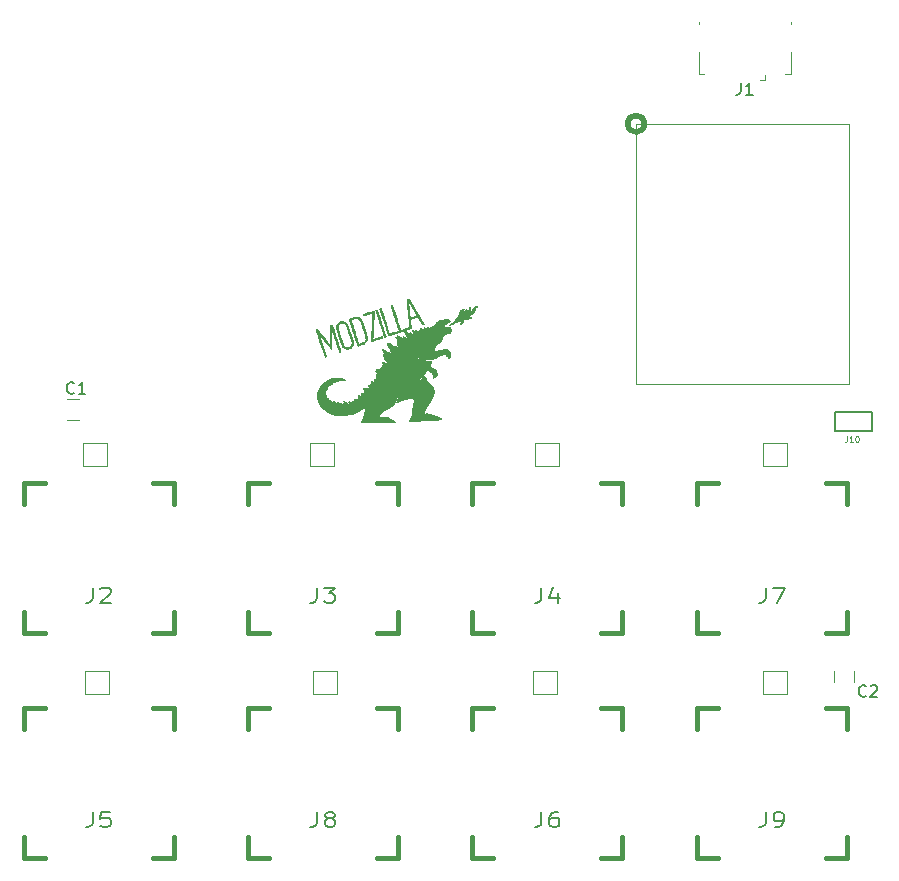
<source format=gbr>
G04 #@! TF.FileFunction,Legend,Top*
%FSLAX46Y46*%
G04 Gerber Fmt 4.6, Leading zero omitted, Abs format (unit mm)*
G04 Created by KiCad (PCBNEW 4.0.7) date 07/26/18 12:10:44*
%MOMM*%
%LPD*%
G01*
G04 APERTURE LIST*
%ADD10C,0.100000*%
%ADD11C,0.120000*%
%ADD12C,0.381000*%
%ADD13C,0.500000*%
%ADD14C,0.150000*%
%ADD15C,0.010000*%
%ADD16C,0.203200*%
%ADD17C,0.125000*%
G04 APERTURE END LIST*
D10*
D11*
X230220000Y-107200000D02*
X229770000Y-107200000D01*
X230220000Y-105350000D02*
X230220000Y-107200000D01*
X222420000Y-102800000D02*
X222420000Y-103050000D01*
X230220000Y-102800000D02*
X230220000Y-103050000D01*
X222420000Y-105350000D02*
X222420000Y-107200000D01*
X222420000Y-107200000D02*
X222870000Y-107200000D01*
X228020000Y-107750000D02*
X227570000Y-107750000D01*
X228020000Y-107750000D02*
X228020000Y-107300000D01*
D12*
X165270000Y-141900000D02*
X167048000Y-141900000D01*
X176192000Y-141900000D02*
X177970000Y-141900000D01*
X177970000Y-141900000D02*
X177970000Y-143678000D01*
X177970000Y-152822000D02*
X177970000Y-154600000D01*
X177970000Y-154600000D02*
X176192000Y-154600000D01*
X167048000Y-154600000D02*
X165270000Y-154600000D01*
X165270000Y-154600000D02*
X165270000Y-152822000D01*
X165270000Y-143678000D02*
X165270000Y-141900000D01*
X184270000Y-141900000D02*
X186048000Y-141900000D01*
X195192000Y-141900000D02*
X196970000Y-141900000D01*
X196970000Y-141900000D02*
X196970000Y-143678000D01*
X196970000Y-152822000D02*
X196970000Y-154600000D01*
X196970000Y-154600000D02*
X195192000Y-154600000D01*
X186048000Y-154600000D02*
X184270000Y-154600000D01*
X184270000Y-154600000D02*
X184270000Y-152822000D01*
X184270000Y-143678000D02*
X184270000Y-141900000D01*
X203270000Y-141900000D02*
X205048000Y-141900000D01*
X214192000Y-141900000D02*
X215970000Y-141900000D01*
X215970000Y-141900000D02*
X215970000Y-143678000D01*
X215970000Y-152822000D02*
X215970000Y-154600000D01*
X215970000Y-154600000D02*
X214192000Y-154600000D01*
X205048000Y-154600000D02*
X203270000Y-154600000D01*
X203270000Y-154600000D02*
X203270000Y-152822000D01*
X203270000Y-143678000D02*
X203270000Y-141900000D01*
X165270000Y-160900000D02*
X167048000Y-160900000D01*
X176192000Y-160900000D02*
X177970000Y-160900000D01*
X177970000Y-160900000D02*
X177970000Y-162678000D01*
X177970000Y-171822000D02*
X177970000Y-173600000D01*
X177970000Y-173600000D02*
X176192000Y-173600000D01*
X167048000Y-173600000D02*
X165270000Y-173600000D01*
X165270000Y-173600000D02*
X165270000Y-171822000D01*
X165270000Y-162678000D02*
X165270000Y-160900000D01*
X203270000Y-160900000D02*
X205048000Y-160900000D01*
X214192000Y-160900000D02*
X215970000Y-160900000D01*
X215970000Y-160900000D02*
X215970000Y-162678000D01*
X215970000Y-171822000D02*
X215970000Y-173600000D01*
X215970000Y-173600000D02*
X214192000Y-173600000D01*
X205048000Y-173600000D02*
X203270000Y-173600000D01*
X203270000Y-173600000D02*
X203270000Y-171822000D01*
X203270000Y-162678000D02*
X203270000Y-160900000D01*
X222270000Y-141900000D02*
X224048000Y-141900000D01*
X233192000Y-141900000D02*
X234970000Y-141900000D01*
X234970000Y-141900000D02*
X234970000Y-143678000D01*
X234970000Y-152822000D02*
X234970000Y-154600000D01*
X234970000Y-154600000D02*
X233192000Y-154600000D01*
X224048000Y-154600000D02*
X222270000Y-154600000D01*
X222270000Y-154600000D02*
X222270000Y-152822000D01*
X222270000Y-143678000D02*
X222270000Y-141900000D01*
X184270000Y-160900000D02*
X186048000Y-160900000D01*
X195192000Y-160900000D02*
X196970000Y-160900000D01*
X196970000Y-160900000D02*
X196970000Y-162678000D01*
X196970000Y-171822000D02*
X196970000Y-173600000D01*
X196970000Y-173600000D02*
X195192000Y-173600000D01*
X186048000Y-173600000D02*
X184270000Y-173600000D01*
X184270000Y-173600000D02*
X184270000Y-171822000D01*
X184270000Y-162678000D02*
X184270000Y-160900000D01*
X222270000Y-160900000D02*
X224048000Y-160900000D01*
X233192000Y-160900000D02*
X234970000Y-160900000D01*
X234970000Y-160900000D02*
X234970000Y-162678000D01*
X234970000Y-171822000D02*
X234970000Y-173600000D01*
X234970000Y-173600000D02*
X233192000Y-173600000D01*
X224048000Y-173600000D02*
X222270000Y-173600000D01*
X222270000Y-173600000D02*
X222270000Y-171822000D01*
X222270000Y-162678000D02*
X222270000Y-160900000D01*
D10*
X227882000Y-140456000D02*
X227882000Y-138456000D01*
X229882000Y-140456000D02*
X227882000Y-140456000D01*
X229882000Y-138456000D02*
X229882000Y-140456000D01*
X227882000Y-138456000D02*
X229882000Y-138456000D01*
X208578000Y-140456000D02*
X208578000Y-138456000D01*
X210578000Y-140456000D02*
X208578000Y-140456000D01*
X210578000Y-138456000D02*
X210578000Y-140456000D01*
X208578000Y-138456000D02*
X210578000Y-138456000D01*
X189528000Y-140456000D02*
X189528000Y-138456000D01*
X191528000Y-140456000D02*
X189528000Y-140456000D01*
X191528000Y-138456000D02*
X191528000Y-140456000D01*
X189528000Y-138456000D02*
X191528000Y-138456000D01*
D13*
X217827107Y-111450000D02*
G75*
G03X217827107Y-111450000I-707107J0D01*
G01*
D10*
X217120000Y-133450000D02*
X217120000Y-111450000D01*
X235120000Y-133450000D02*
X217120000Y-133450000D01*
X235120000Y-111450000D02*
X235120000Y-133450000D01*
X217120000Y-111450000D02*
X235120000Y-111450000D01*
X170290000Y-140468000D02*
X170290000Y-138468000D01*
X172290000Y-140468000D02*
X170290000Y-140468000D01*
X172290000Y-138468000D02*
X172290000Y-140468000D01*
X170290000Y-138468000D02*
X172290000Y-138468000D01*
X172478000Y-157760000D02*
X172478000Y-159760000D01*
X170478000Y-157760000D02*
X172478000Y-157760000D01*
X170478000Y-159760000D02*
X170478000Y-157760000D01*
X172478000Y-159760000D02*
X170478000Y-159760000D01*
X191782000Y-157760000D02*
X191782000Y-159760000D01*
X189782000Y-157760000D02*
X191782000Y-157760000D01*
X189782000Y-159760000D02*
X189782000Y-157760000D01*
X191782000Y-159760000D02*
X189782000Y-159760000D01*
X210390000Y-157748000D02*
X210390000Y-159748000D01*
X208390000Y-157748000D02*
X210390000Y-157748000D01*
X208390000Y-159748000D02*
X208390000Y-157748000D01*
X210390000Y-159748000D02*
X208390000Y-159748000D01*
X229882000Y-157760000D02*
X229882000Y-159760000D01*
X227882000Y-157760000D02*
X229882000Y-157760000D01*
X227882000Y-159760000D02*
X227882000Y-157760000D01*
X229882000Y-159760000D02*
X227882000Y-159760000D01*
D11*
X169946000Y-134796000D02*
X168946000Y-134796000D01*
X168946000Y-136496000D02*
X169946000Y-136496000D01*
X233874000Y-157752000D02*
X233874000Y-158752000D01*
X235574000Y-158752000D02*
X235574000Y-157752000D01*
D14*
X233968400Y-135849200D02*
X237067200Y-135849200D01*
X237067200Y-135849200D02*
X237067200Y-137474800D01*
X237067200Y-137474800D02*
X233968400Y-137474800D01*
X233968400Y-137474800D02*
X233968400Y-135849200D01*
D15*
G36*
X201201200Y-127977910D02*
X201259817Y-128028204D01*
X201298465Y-128088469D01*
X201320309Y-128136302D01*
X201326450Y-128171603D01*
X201313722Y-128200420D01*
X201278959Y-128228803D01*
X201218996Y-128262801D01*
X201202801Y-128271275D01*
X201141641Y-128304842D01*
X201088126Y-128337383D01*
X201051166Y-128363374D01*
X201043852Y-128369839D01*
X201006463Y-128394464D01*
X200972148Y-128403026D01*
X200934713Y-128413057D01*
X200892729Y-128437705D01*
X200886405Y-128442763D01*
X200846962Y-128468936D01*
X200810766Y-128482123D01*
X200805711Y-128482500D01*
X200777568Y-128491240D01*
X200775213Y-128516588D01*
X200798174Y-128557238D01*
X200845978Y-128611882D01*
X200856190Y-128622123D01*
X200912910Y-128673349D01*
X200954978Y-128699292D01*
X200985420Y-128701088D01*
X201007263Y-128679873D01*
X201007735Y-128679040D01*
X201021376Y-128664723D01*
X201046399Y-128659297D01*
X201091075Y-128661646D01*
X201115815Y-128664454D01*
X201216266Y-128673491D01*
X201301024Y-128673236D01*
X201343143Y-128669609D01*
X201366906Y-128670764D01*
X201382664Y-128685710D01*
X201396113Y-128721664D01*
X201402442Y-128744766D01*
X201416260Y-128817393D01*
X201422493Y-128894634D01*
X201421085Y-128966442D01*
X201411983Y-129022771D01*
X201404064Y-129042838D01*
X201369869Y-129088764D01*
X201325692Y-129129342D01*
X201282792Y-129154712D01*
X201272931Y-129157666D01*
X201240297Y-129162203D01*
X201188591Y-129166980D01*
X201143197Y-129170090D01*
X201082760Y-129176144D01*
X201038863Y-129189675D01*
X200996297Y-129216537D01*
X200971570Y-129236130D01*
X200885279Y-129320365D01*
X200801347Y-129427715D01*
X200727613Y-129547456D01*
X200693894Y-129609751D01*
X200654754Y-129682243D01*
X200625552Y-129736447D01*
X200517685Y-129903431D01*
X200381640Y-130055894D01*
X200292334Y-130135567D01*
X200201792Y-130215205D01*
X200133998Y-130288245D01*
X200083367Y-130362507D01*
X200044313Y-130445808D01*
X200019836Y-130517043D01*
X199994581Y-130601813D01*
X199979495Y-130661202D01*
X199974289Y-130699851D01*
X199978675Y-130722401D01*
X199992365Y-130733493D01*
X200006190Y-130736767D01*
X200043103Y-130734930D01*
X200061822Y-130726978D01*
X200072221Y-130720508D01*
X200089509Y-130713696D01*
X200118124Y-130705418D01*
X200162505Y-130694551D01*
X200227087Y-130679968D01*
X200316310Y-130660545D01*
X200366923Y-130649660D01*
X200458040Y-130629763D01*
X200569501Y-130604887D01*
X200690722Y-130577415D01*
X200811122Y-130549727D01*
X200817823Y-130548172D01*
X200931933Y-130526569D01*
X201023822Y-130520679D01*
X201098875Y-130530447D01*
X201140439Y-130544836D01*
X201234016Y-130602283D01*
X201309383Y-130680983D01*
X201362560Y-130774974D01*
X201389562Y-130878294D01*
X201392142Y-130921593D01*
X201386522Y-130980675D01*
X201371407Y-131048273D01*
X201349417Y-131118001D01*
X201323169Y-131183468D01*
X201295284Y-131238288D01*
X201268379Y-131276071D01*
X201245073Y-131290430D01*
X201241141Y-131289947D01*
X201230937Y-131272876D01*
X201222836Y-131234494D01*
X201220312Y-131208997D01*
X201210577Y-131149277D01*
X201188552Y-131110925D01*
X201180574Y-131103478D01*
X201149184Y-131079844D01*
X201131184Y-131079936D01*
X201116539Y-131106470D01*
X201110352Y-131122501D01*
X201091534Y-131155739D01*
X201073262Y-131157914D01*
X201057315Y-131129727D01*
X201049601Y-131098523D01*
X201033530Y-131045722D01*
X201010345Y-130997184D01*
X200990402Y-130970047D01*
X201185509Y-130970047D01*
X201193456Y-130977995D01*
X201201404Y-130970047D01*
X201193456Y-130962100D01*
X201185509Y-130970047D01*
X200990402Y-130970047D01*
X200988572Y-130967557D01*
X200962870Y-130953457D01*
X200921118Y-130949403D01*
X200904472Y-130949323D01*
X200836284Y-130957305D01*
X200748534Y-130979124D01*
X200648883Y-131012197D01*
X200544992Y-131053945D01*
X200444520Y-131101785D01*
X200431273Y-131108763D01*
X200401508Y-131124575D01*
X200354271Y-131149591D01*
X200304114Y-131176111D01*
X200239777Y-131210731D01*
X200173423Y-131247417D01*
X200132484Y-131270698D01*
X200040524Y-131312248D01*
X199923025Y-131346690D01*
X199785595Y-131373286D01*
X199633840Y-131391299D01*
X199473367Y-131399991D01*
X199309783Y-131398624D01*
X199208180Y-131392311D01*
X198988485Y-131363454D01*
X198783705Y-131313813D01*
X198582346Y-131240306D01*
X198494531Y-131200866D01*
X198424236Y-131170186D01*
X198377508Y-131155222D01*
X198355394Y-131155745D01*
X198358941Y-131171521D01*
X198389193Y-131202321D01*
X198409972Y-131219566D01*
X198505247Y-131283652D01*
X198622136Y-131343528D01*
X198750463Y-131394699D01*
X198880054Y-131432667D01*
X198904595Y-131438147D01*
X199014256Y-131460957D01*
X199100742Y-131477739D01*
X199171914Y-131489363D01*
X199235628Y-131496700D01*
X199299744Y-131500621D01*
X199372121Y-131501996D01*
X199460615Y-131501696D01*
X199476811Y-131501551D01*
X199580155Y-131500587D01*
X199655966Y-131500127D01*
X199708498Y-131500492D01*
X199742006Y-131502003D01*
X199760745Y-131504981D01*
X199768971Y-131509747D01*
X199770938Y-131516623D01*
X199770866Y-131523742D01*
X199765202Y-131556004D01*
X199750202Y-131608793D01*
X199728853Y-131673335D01*
X199704143Y-131740852D01*
X199679059Y-131802570D01*
X199666622Y-131829954D01*
X199645118Y-131878874D01*
X199631024Y-131918616D01*
X199627812Y-131934757D01*
X199639797Y-131957087D01*
X199670811Y-131990601D01*
X199713440Y-132028835D01*
X199760272Y-132065325D01*
X199803894Y-132093608D01*
X199818550Y-132101070D01*
X199857845Y-132117372D01*
X199910397Y-132137410D01*
X199932534Y-132145422D01*
X200006499Y-132185798D01*
X200080171Y-132251967D01*
X200147842Y-132338395D01*
X200172152Y-132377746D01*
X200194852Y-132429149D01*
X200218048Y-132500981D01*
X200238955Y-132582048D01*
X200254791Y-132661159D01*
X200262772Y-132727122D01*
X200263209Y-132743911D01*
X200261285Y-132763271D01*
X200252745Y-132765793D01*
X200232596Y-132749171D01*
X200198711Y-132714139D01*
X200152462Y-132671639D01*
X200121059Y-132655936D01*
X200106329Y-132666055D01*
X200110103Y-132701020D01*
X200129852Y-132750876D01*
X200147895Y-132805727D01*
X200144531Y-132845474D01*
X200120241Y-132865662D01*
X200117396Y-132866301D01*
X200097151Y-132859824D01*
X200077431Y-132829231D01*
X200062189Y-132790983D01*
X200044525Y-132746288D01*
X200029546Y-132717078D01*
X200023066Y-132710535D01*
X200016416Y-132725046D01*
X200008813Y-132763245D01*
X200001820Y-132817127D01*
X200001335Y-132821862D01*
X199990433Y-132894265D01*
X199976260Y-132936533D01*
X199960293Y-132948343D01*
X199944011Y-132929371D01*
X199928893Y-132879294D01*
X199921744Y-132839281D01*
X199887311Y-132715122D01*
X199823151Y-132597399D01*
X199731186Y-132489553D01*
X199721195Y-132480060D01*
X199673381Y-132437879D01*
X199618256Y-132393010D01*
X199561457Y-132349553D01*
X199508618Y-132311607D01*
X199465375Y-132283271D01*
X199437363Y-132268646D01*
X199430088Y-132268298D01*
X199419751Y-132282439D01*
X199394617Y-132317079D01*
X199358503Y-132366948D01*
X199316927Y-132424428D01*
X199273326Y-132484381D01*
X199236399Y-132534489D01*
X199210169Y-132569337D01*
X199198822Y-132583376D01*
X199184917Y-132599485D01*
X199158429Y-132632701D01*
X199135071Y-132662851D01*
X199103692Y-132703310D01*
X199080235Y-132732657D01*
X199071885Y-132742325D01*
X199058370Y-132757053D01*
X199029034Y-132789998D01*
X198988964Y-132835429D01*
X198964880Y-132862878D01*
X198904657Y-132930587D01*
X198835791Y-133006439D01*
X198771694Y-133075685D01*
X198762550Y-133085407D01*
X198717502Y-133135241D01*
X198682265Y-133178185D01*
X198661756Y-133208039D01*
X198658536Y-133216549D01*
X198668970Y-133220313D01*
X198699104Y-133203203D01*
X198746532Y-133167190D01*
X198808851Y-133114247D01*
X198883655Y-133046347D01*
X198968540Y-132965461D01*
X198988480Y-132945971D01*
X199046859Y-132889522D01*
X199096962Y-132842718D01*
X199134623Y-132809322D01*
X199155677Y-132793100D01*
X199158540Y-132792285D01*
X199168192Y-132808597D01*
X199188341Y-132846560D01*
X199215389Y-132899328D01*
X199228830Y-132926035D01*
X199294655Y-133043994D01*
X199374788Y-133161655D01*
X199473152Y-133284182D01*
X199593669Y-133416740D01*
X199630201Y-133454598D01*
X199706066Y-133533631D01*
X199764374Y-133598340D01*
X199810714Y-133656196D01*
X199850674Y-133714667D01*
X199889841Y-133781222D01*
X199928729Y-133853629D01*
X199958915Y-133916459D01*
X199975110Y-133968237D01*
X199981215Y-134024187D01*
X199981697Y-134060262D01*
X199971370Y-134176452D01*
X199942550Y-134311338D01*
X199897051Y-134459153D01*
X199836682Y-134614131D01*
X199763256Y-134770507D01*
X199751349Y-134793495D01*
X199684389Y-134919410D01*
X199629947Y-135017874D01*
X199587225Y-135090302D01*
X199561960Y-135129009D01*
X199541604Y-135160278D01*
X199532479Y-135178590D01*
X199532443Y-135179029D01*
X199523903Y-135194381D01*
X199500662Y-135230350D01*
X199466289Y-135281534D01*
X199425152Y-135341383D01*
X199370945Y-135419560D01*
X199330815Y-135477896D01*
X199300663Y-135522631D01*
X199276391Y-135560005D01*
X199253899Y-135596258D01*
X199229089Y-135637630D01*
X199215599Y-135660386D01*
X199176174Y-135742285D01*
X199155725Y-135819170D01*
X199153715Y-135886619D01*
X199169607Y-135940209D01*
X199202866Y-135975517D01*
X199252953Y-135988119D01*
X199255363Y-135988086D01*
X199295233Y-135987055D01*
X199353751Y-135985402D01*
X199413927Y-135983614D01*
X199518532Y-135990015D01*
X199636399Y-136013146D01*
X199755630Y-136050306D01*
X199814959Y-136074610D01*
X199850842Y-136089041D01*
X199903686Y-136107412D01*
X199976860Y-136130797D01*
X200073732Y-136160269D01*
X200197670Y-136196904D01*
X200207975Y-136199919D01*
X200296757Y-136231027D01*
X200382741Y-136270376D01*
X200460778Y-136314604D01*
X200525719Y-136360349D01*
X200572416Y-136404250D01*
X200595719Y-136442943D01*
X200597399Y-136454197D01*
X200593984Y-136477512D01*
X200577742Y-136485682D01*
X200539673Y-136483025D01*
X200537793Y-136482783D01*
X200483623Y-136482105D01*
X200422383Y-136489930D01*
X200406661Y-136493501D01*
X200350784Y-136504069D01*
X200268692Y-136514429D01*
X200165957Y-136524173D01*
X200048152Y-136532896D01*
X199920850Y-136540191D01*
X199789625Y-136545652D01*
X199660049Y-136548874D01*
X199643707Y-136549105D01*
X199553104Y-136550864D01*
X199439546Y-136553984D01*
X199311827Y-136558168D01*
X199178737Y-136563123D01*
X199049070Y-136568554D01*
X199007912Y-136570429D01*
X198881966Y-136575805D01*
X198750210Y-136580563D01*
X198621281Y-136584452D01*
X198503818Y-136587219D01*
X198406459Y-136588615D01*
X198378923Y-136588733D01*
X198269141Y-136589952D01*
X198185630Y-136593751D01*
X198122943Y-136600573D01*
X198075632Y-136610862D01*
X198064612Y-136614352D01*
X198012201Y-136627582D01*
X197965679Y-136631726D01*
X197950516Y-136629944D01*
X197918372Y-136608271D01*
X197908298Y-136566877D01*
X197919970Y-136508607D01*
X197953066Y-136436303D01*
X197976993Y-136396635D01*
X198060346Y-136252208D01*
X198119891Y-136110477D01*
X198157883Y-135963312D01*
X198176574Y-135802586D01*
X198179266Y-135666981D01*
X198179260Y-135570498D01*
X198182814Y-135495409D01*
X198190959Y-135431417D01*
X198204731Y-135368226D01*
X198211972Y-135341136D01*
X198232858Y-135265840D01*
X198254477Y-135187824D01*
X198272346Y-135123267D01*
X198273217Y-135120119D01*
X198286576Y-135054736D01*
X198296192Y-134975333D01*
X198299879Y-134902935D01*
X198299144Y-134838186D01*
X198294573Y-134795916D01*
X198283987Y-134766856D01*
X198265206Y-134741738D01*
X198260853Y-134736991D01*
X198203191Y-134686303D01*
X198142389Y-134659495D01*
X198068089Y-134652859D01*
X198031866Y-134655059D01*
X197839205Y-134685889D01*
X197637374Y-134743958D01*
X197601216Y-134756931D01*
X197483577Y-134799599D01*
X197364717Y-134841284D01*
X197248538Y-134880751D01*
X197138946Y-134916766D01*
X197039844Y-134948094D01*
X196955136Y-134973500D01*
X196888725Y-134991748D01*
X196844517Y-135001604D01*
X196826542Y-135001981D01*
X196824304Y-134978321D01*
X196841138Y-134934742D01*
X196850680Y-134916725D01*
X196903222Y-134796254D01*
X196939442Y-134657350D01*
X196958796Y-134508553D01*
X196960744Y-134358402D01*
X196944744Y-134215438D01*
X196910255Y-134088199D01*
X196904200Y-134072808D01*
X196866389Y-133980699D01*
X196874472Y-134205442D01*
X196875097Y-134381650D01*
X196862315Y-134535835D01*
X196834608Y-134675455D01*
X196790458Y-134807970D01*
X196728345Y-134940840D01*
X196722553Y-134951712D01*
X196627194Y-135107338D01*
X196518771Y-135245622D01*
X196401224Y-135362355D01*
X196278493Y-135453324D01*
X196225063Y-135483492D01*
X196173005Y-135510185D01*
X196128390Y-135533264D01*
X196107099Y-135544436D01*
X196080264Y-135558262D01*
X196032286Y-135582537D01*
X195970492Y-135613566D01*
X195916360Y-135640607D01*
X195859695Y-135669536D01*
X195812960Y-135695960D01*
X195770907Y-135724092D01*
X195728290Y-135758147D01*
X195679864Y-135802338D01*
X195620383Y-135860880D01*
X195544599Y-135937986D01*
X195538978Y-135943747D01*
X195453610Y-136032789D01*
X195390581Y-136102351D01*
X195348644Y-136154264D01*
X195326547Y-136190360D01*
X195323042Y-136212469D01*
X195336879Y-136222422D01*
X195348119Y-136223423D01*
X195376965Y-136228087D01*
X195425227Y-136240163D01*
X195479251Y-136256057D01*
X195548861Y-136273270D01*
X195638159Y-136286713D01*
X195751883Y-136297009D01*
X195824956Y-136301470D01*
X196067345Y-136314370D01*
X196190538Y-136385118D01*
X196259474Y-136423106D01*
X196330693Y-136459768D01*
X196390837Y-136488276D01*
X196400772Y-136492572D01*
X196481003Y-136530464D01*
X196554870Y-136572754D01*
X196617085Y-136615659D01*
X196662363Y-136655397D01*
X196685416Y-136688187D01*
X196687256Y-136697509D01*
X196685014Y-136704934D01*
X196676140Y-136710836D01*
X196657402Y-136715388D01*
X196625570Y-136718761D01*
X196577415Y-136721129D01*
X196509704Y-136722663D01*
X196419209Y-136723536D01*
X196302698Y-136723919D01*
X196190541Y-136723990D01*
X196036512Y-136724367D01*
X195864594Y-136725427D01*
X195685167Y-136727065D01*
X195508608Y-136729175D01*
X195345294Y-136731649D01*
X195232881Y-136733783D01*
X195100199Y-136735861D01*
X194964655Y-136736653D01*
X194833317Y-136736213D01*
X194713252Y-136734595D01*
X194611527Y-136731855D01*
X194541454Y-136728471D01*
X194433711Y-136722440D01*
X194309356Y-136717098D01*
X194183570Y-136713016D01*
X194071530Y-136710762D01*
X194068604Y-136710730D01*
X193975985Y-136709485D01*
X193910489Y-136707668D01*
X193867446Y-136704640D01*
X193842190Y-136699762D01*
X193830052Y-136692394D01*
X193826365Y-136681899D01*
X193826207Y-136677557D01*
X193836151Y-136639712D01*
X193847195Y-136621925D01*
X193872428Y-136581742D01*
X193903980Y-136515865D01*
X193940071Y-136429341D01*
X193978920Y-136327218D01*
X194018746Y-136214540D01*
X194057768Y-136096356D01*
X194094206Y-135977713D01*
X194126279Y-135863656D01*
X194152207Y-135759232D01*
X194153299Y-135754403D01*
X194171053Y-135658010D01*
X194174265Y-135588312D01*
X194162348Y-135543438D01*
X194134713Y-135521521D01*
X194090775Y-135520691D01*
X194080503Y-135522770D01*
X194048984Y-135534772D01*
X193995118Y-135560484D01*
X193923851Y-135597319D01*
X193840130Y-135642689D01*
X193748901Y-135694005D01*
X193706973Y-135718199D01*
X193667805Y-135739611D01*
X193611718Y-135768521D01*
X193544772Y-135802004D01*
X193473025Y-135837135D01*
X193402535Y-135870988D01*
X193339362Y-135900639D01*
X193289565Y-135923163D01*
X193259200Y-135935636D01*
X193253346Y-135937194D01*
X193227343Y-135944341D01*
X193210043Y-135952637D01*
X193175287Y-135967134D01*
X193118560Y-135985734D01*
X193048978Y-136005896D01*
X192975659Y-136025083D01*
X192907718Y-136040754D01*
X192864545Y-136048868D01*
X192812246Y-136057265D01*
X192741033Y-136068891D01*
X192663345Y-136081710D01*
X192634070Y-136086578D01*
X192513099Y-136106395D01*
X192416888Y-136121142D01*
X192338939Y-136131532D01*
X192272752Y-136138282D01*
X192211830Y-136142108D01*
X192149675Y-136143725D01*
X192113218Y-136143932D01*
X191938518Y-136137206D01*
X191762918Y-136115778D01*
X191574613Y-136078136D01*
X191545271Y-136071174D01*
X191463871Y-136050617D01*
X191392318Y-136030061D01*
X191320144Y-136006092D01*
X191236876Y-135975296D01*
X191163794Y-135946830D01*
X190999539Y-135868990D01*
X190833717Y-135766196D01*
X190673720Y-135643999D01*
X190526937Y-135507948D01*
X190420713Y-135388821D01*
X190384460Y-135338147D01*
X190340866Y-135268548D01*
X190295791Y-135190018D01*
X190255097Y-135112550D01*
X190238929Y-135078871D01*
X190171807Y-134896320D01*
X190133431Y-134705397D01*
X190123086Y-134509668D01*
X190140054Y-134312700D01*
X190183620Y-134118059D01*
X190253066Y-133929310D01*
X190347678Y-133750021D01*
X190466738Y-133583758D01*
X190559817Y-133481436D01*
X190612701Y-133429380D01*
X190661890Y-133382323D01*
X190699990Y-133347284D01*
X190712882Y-133336208D01*
X190783472Y-133283352D01*
X190868856Y-133226343D01*
X190958468Y-133171704D01*
X191041742Y-133125957D01*
X191092268Y-133102006D01*
X191149022Y-133077769D01*
X191197744Y-133056853D01*
X191227374Y-133044010D01*
X191258113Y-133032538D01*
X191308633Y-133015703D01*
X191368207Y-132997075D01*
X191370428Y-132996403D01*
X191448261Y-132978897D01*
X191548393Y-132965136D01*
X191661501Y-132955619D01*
X191778259Y-132950846D01*
X191889344Y-132951317D01*
X191985431Y-132957533D01*
X192017314Y-132961699D01*
X192099040Y-132978960D01*
X192183360Y-133004372D01*
X192264523Y-133035292D01*
X192336780Y-133069078D01*
X192394379Y-133103088D01*
X192431571Y-133134677D01*
X192442826Y-133157242D01*
X192428116Y-133160885D01*
X192387527Y-133164022D01*
X192326967Y-133166351D01*
X192252346Y-133167571D01*
X192238573Y-133167647D01*
X192005800Y-133180446D01*
X191786244Y-133217956D01*
X191571362Y-133281709D01*
X191541062Y-133292855D01*
X191475157Y-133318618D01*
X191433113Y-133338933D01*
X191408688Y-133358571D01*
X191395641Y-133382307D01*
X191388837Y-133409257D01*
X191374108Y-133444154D01*
X191341002Y-133471090D01*
X191311268Y-133485791D01*
X191268080Y-133507764D01*
X191208195Y-133541961D01*
X191141234Y-133582775D01*
X191104035Y-133606558D01*
X191041852Y-133647636D01*
X191001681Y-133676858D01*
X190978720Y-133699447D01*
X190968170Y-133720625D01*
X190965229Y-133745617D01*
X190965109Y-133757711D01*
X190952093Y-133823587D01*
X190931122Y-133856507D01*
X190909192Y-133887810D01*
X190879750Y-133938678D01*
X190846358Y-134001816D01*
X190812583Y-134069931D01*
X190781988Y-134135727D01*
X190758138Y-134191908D01*
X190744599Y-134231180D01*
X190742809Y-134241883D01*
X190752104Y-134275435D01*
X190771814Y-134308330D01*
X190789230Y-134340472D01*
X190810254Y-134393849D01*
X190831203Y-134458751D01*
X190837889Y-134482589D01*
X190857691Y-134551353D01*
X190874722Y-134595903D01*
X190892487Y-134623191D01*
X190914491Y-134640166D01*
X190918414Y-134642274D01*
X190947992Y-134659098D01*
X190973670Y-134678979D01*
X191002416Y-134708542D01*
X191041197Y-134754414D01*
X191057987Y-134775001D01*
X191098070Y-134817633D01*
X191133129Y-134837288D01*
X191157485Y-134840448D01*
X191206239Y-134853430D01*
X191231503Y-134873831D01*
X191261715Y-134909229D01*
X191297098Y-134949351D01*
X191298901Y-134951357D01*
X191337391Y-134994722D01*
X191374227Y-135037103D01*
X191374296Y-135037185D01*
X191405540Y-135065648D01*
X191433541Y-135078771D01*
X191435394Y-135078871D01*
X191449990Y-135074009D01*
X191454978Y-135054508D01*
X191451705Y-135012997D01*
X191449902Y-134999396D01*
X191444867Y-134951821D01*
X191447735Y-134927907D01*
X191459925Y-134920194D01*
X191465028Y-134919922D01*
X191493922Y-134930518D01*
X191527207Y-134956047D01*
X191527651Y-134956489D01*
X191560155Y-134984062D01*
X191610669Y-135021608D01*
X191669994Y-135062661D01*
X191728931Y-135100756D01*
X191756575Y-135117369D01*
X191784774Y-135118488D01*
X191810682Y-135098125D01*
X191823320Y-135065377D01*
X191823431Y-135061968D01*
X191831067Y-135031173D01*
X191855645Y-135025107D01*
X191893941Y-135039947D01*
X191929687Y-135056213D01*
X191953279Y-135062976D01*
X191976786Y-135069268D01*
X192019665Y-135085567D01*
X192072690Y-135108007D01*
X192126630Y-135132722D01*
X192162486Y-135150610D01*
X192209965Y-135170469D01*
X192243620Y-135167770D01*
X192274024Y-135140336D01*
X192285255Y-135125331D01*
X192312741Y-135093959D01*
X192332442Y-135089944D01*
X192337201Y-135093541D01*
X192361748Y-135106632D01*
X192390813Y-135110332D01*
X192409866Y-135103627D01*
X192411482Y-135098739D01*
X192403849Y-135078566D01*
X192385037Y-135043710D01*
X192379692Y-135034776D01*
X192358843Y-134994767D01*
X192348283Y-134963130D01*
X192347962Y-134959275D01*
X192359784Y-134940830D01*
X192385313Y-134936671D01*
X192409643Y-134947233D01*
X192416379Y-134957285D01*
X192432845Y-134975181D01*
X192469702Y-135004923D01*
X192520146Y-135041891D01*
X192577374Y-135081466D01*
X192634582Y-135119027D01*
X192684969Y-135149956D01*
X192721731Y-135169633D01*
X192735877Y-135174240D01*
X192768913Y-135161443D01*
X192783593Y-135128572D01*
X192777465Y-135087717D01*
X192764067Y-135036150D01*
X192762779Y-134990783D01*
X192773669Y-134962295D01*
X192776661Y-134959945D01*
X192797581Y-134961252D01*
X192839558Y-134973148D01*
X192894625Y-134993257D01*
X192912039Y-135000340D01*
X192985172Y-135028277D01*
X193034444Y-135039863D01*
X193063579Y-135034546D01*
X193076302Y-135011775D01*
X193076803Y-134975949D01*
X193078329Y-134925231D01*
X193096374Y-134899600D01*
X193134556Y-134896414D01*
X193173225Y-134905524D01*
X193217219Y-134916537D01*
X193243733Y-134914973D01*
X193264847Y-134899951D01*
X193266065Y-134898744D01*
X193283049Y-134874260D01*
X193281440Y-134844551D01*
X193274369Y-134823597D01*
X193267205Y-134783057D01*
X193284062Y-134763280D01*
X193324830Y-134764334D01*
X193355315Y-134773095D01*
X193427116Y-134795046D01*
X193477422Y-134802738D01*
X193513058Y-134796349D01*
X193539042Y-134777904D01*
X193555802Y-134756381D01*
X193565807Y-134727766D01*
X193570695Y-134683937D01*
X193572104Y-134616770D01*
X193572110Y-134613946D01*
X193574108Y-134533557D01*
X193580740Y-134481202D01*
X193593497Y-134453283D01*
X193613870Y-134446200D01*
X193638386Y-134453920D01*
X193696030Y-134477295D01*
X193752153Y-134493842D01*
X193797960Y-134501536D01*
X193824659Y-134498352D01*
X193826146Y-134497158D01*
X193830122Y-134473096D01*
X193821787Y-134424859D01*
X193809355Y-134380431D01*
X193791539Y-134315592D01*
X193789554Y-134276018D01*
X193806992Y-134257640D01*
X193847446Y-134256383D01*
X193909318Y-134267103D01*
X193992719Y-134283763D01*
X194050207Y-134293653D01*
X194086851Y-134297130D01*
X194107720Y-134294549D01*
X194117881Y-134286265D01*
X194119924Y-134281874D01*
X194117565Y-134260840D01*
X194106612Y-134216840D01*
X194089245Y-134156812D01*
X194067647Y-134087697D01*
X194044000Y-134016435D01*
X194020486Y-133949966D01*
X193999285Y-133895231D01*
X193995709Y-133886756D01*
X193994142Y-133853446D01*
X193999118Y-133841495D01*
X194011268Y-133831430D01*
X194034570Y-133829189D01*
X194075856Y-133835034D01*
X194130083Y-133846533D01*
X194213664Y-133865291D01*
X194271754Y-133877411D01*
X194309908Y-133883082D01*
X194333685Y-133882492D01*
X194348640Y-133875829D01*
X194360331Y-133863283D01*
X194366905Y-133854576D01*
X194394407Y-133818115D01*
X194450038Y-133852497D01*
X194488180Y-133873117D01*
X194510656Y-133875503D01*
X194523086Y-133865893D01*
X194531710Y-133832462D01*
X194522274Y-133779951D01*
X194496456Y-133714205D01*
X194460744Y-133648779D01*
X194435018Y-133603918D01*
X194418151Y-133568650D01*
X194414295Y-133555179D01*
X194429075Y-133543601D01*
X194469082Y-133535735D01*
X194497743Y-133533667D01*
X194561189Y-133530930D01*
X194623683Y-133528003D01*
X194644771Y-133526938D01*
X194693070Y-133524469D01*
X194731145Y-133522619D01*
X194736166Y-133522393D01*
X194757079Y-133516873D01*
X194761184Y-133500024D01*
X194747468Y-133467594D01*
X194714921Y-133415336D01*
X194708350Y-133405521D01*
X194670450Y-133344036D01*
X194654375Y-133302594D01*
X194660068Y-133278178D01*
X194687471Y-133267773D01*
X194705701Y-133266856D01*
X194744850Y-133269659D01*
X194768202Y-133276470D01*
X194768914Y-133277086D01*
X194788125Y-133288108D01*
X194827669Y-133306381D01*
X194869581Y-133324073D01*
X194929949Y-133346224D01*
X194967656Y-133352358D01*
X194984122Y-133339998D01*
X194980768Y-133306666D01*
X194959017Y-133249882D01*
X194938177Y-133204477D01*
X194915273Y-133150997D01*
X194900806Y-133107101D01*
X194897751Y-133081903D01*
X194897953Y-133081292D01*
X194919444Y-133066772D01*
X194966090Y-133060385D01*
X194976776Y-133060222D01*
X195025423Y-133054591D01*
X195075745Y-133040269D01*
X195118049Y-133021112D01*
X195142642Y-133000974D01*
X195145359Y-132993160D01*
X195140778Y-132973646D01*
X195128525Y-132931997D01*
X195110988Y-132876234D01*
X195105722Y-132859999D01*
X195081865Y-132784434D01*
X195069370Y-132733658D01*
X195069020Y-132702481D01*
X195081600Y-132685714D01*
X195107891Y-132678166D01*
X195133538Y-132675686D01*
X195181869Y-132666790D01*
X195205043Y-132647542D01*
X195202904Y-132615888D01*
X195175299Y-132569776D01*
X195122074Y-132507153D01*
X195120777Y-132505750D01*
X195069593Y-132446070D01*
X195043480Y-132404527D01*
X195040632Y-132382896D01*
X195062128Y-132364305D01*
X195080313Y-132365044D01*
X195115941Y-132365453D01*
X195131146Y-132359870D01*
X195142697Y-132345295D01*
X195130637Y-132323337D01*
X195124958Y-132316856D01*
X195103814Y-132277641D01*
X195097774Y-132244359D01*
X195101149Y-132218972D01*
X195114756Y-132205450D01*
X195143817Y-132203207D01*
X195193557Y-132211655D01*
X195255369Y-132226643D01*
X195334555Y-132240203D01*
X195392190Y-132233225D01*
X195432080Y-132204342D01*
X195457445Y-132154028D01*
X195470050Y-132121862D01*
X195487517Y-132104011D01*
X195519392Y-132094564D01*
X195562472Y-132088999D01*
X195614296Y-132081709D01*
X195653932Y-132073270D01*
X195667726Y-132068192D01*
X195684248Y-132042087D01*
X195680656Y-132006637D01*
X195660994Y-131978502D01*
X195635727Y-131949520D01*
X195612798Y-131912777D01*
X195598676Y-131880956D01*
X195603680Y-131864675D01*
X195629741Y-131852407D01*
X195661099Y-131830814D01*
X195667181Y-131797762D01*
X195647746Y-131750746D01*
X195615564Y-131703871D01*
X195587542Y-131663665D01*
X195571687Y-131633860D01*
X195570528Y-131623180D01*
X195598298Y-131614088D01*
X195645134Y-131615479D01*
X195700543Y-131626134D01*
X195753013Y-131644373D01*
X195839667Y-131682944D01*
X195903016Y-131709882D01*
X195948487Y-131727152D01*
X195981508Y-131736724D01*
X196007508Y-131740563D01*
X196019504Y-131740948D01*
X196054327Y-131735123D01*
X196067036Y-131721080D01*
X196057827Y-131700224D01*
X196033279Y-131660231D01*
X195997556Y-131607066D01*
X195954819Y-131546697D01*
X195909233Y-131485091D01*
X195864961Y-131428216D01*
X195849493Y-131409260D01*
X195796194Y-131333945D01*
X195746402Y-131243690D01*
X195703885Y-131147455D01*
X195672416Y-131054200D01*
X195655764Y-130972883D01*
X195654095Y-130944921D01*
X195665989Y-130921403D01*
X195692622Y-130914169D01*
X195720417Y-130925047D01*
X195728806Y-130934856D01*
X195749497Y-130957950D01*
X195783140Y-130987196D01*
X195787371Y-130990488D01*
X195831419Y-131019586D01*
X195855527Y-131024453D01*
X195859568Y-131005717D01*
X195843413Y-130964006D01*
X195806935Y-130899951D01*
X195806044Y-130898520D01*
X195767435Y-130834253D01*
X195727545Y-130764188D01*
X195706767Y-130725766D01*
X195679804Y-130679009D01*
X195655570Y-130644920D01*
X195642174Y-130632670D01*
X195626790Y-130613981D01*
X195622794Y-130584160D01*
X195629881Y-130557749D01*
X195643929Y-130548833D01*
X195670230Y-130557052D01*
X195708881Y-130577493D01*
X195720158Y-130584597D01*
X195772308Y-130617214D01*
X195825697Y-130648438D01*
X195829666Y-130650641D01*
X195871335Y-130677296D01*
X195924057Y-130715916D01*
X195967530Y-130750796D01*
X196014558Y-130788422D01*
X196047866Y-130808049D01*
X196076652Y-130813709D01*
X196104015Y-130810628D01*
X196134388Y-130807925D01*
X196164037Y-130814575D01*
X196200987Y-130833914D01*
X196253261Y-130869276D01*
X196264595Y-130877370D01*
X196344727Y-130934040D01*
X196402861Y-130973090D01*
X196442116Y-130996389D01*
X196465607Y-131005808D01*
X196475709Y-131004107D01*
X196471481Y-130987783D01*
X196453116Y-130950010D01*
X196423473Y-130896203D01*
X196385412Y-130831776D01*
X196380292Y-130823389D01*
X196337187Y-130752634D01*
X196308884Y-130703904D01*
X196293538Y-130672137D01*
X196289305Y-130652276D01*
X196294341Y-130639260D01*
X196306800Y-130628030D01*
X196308578Y-130626661D01*
X196331282Y-130599278D01*
X196327745Y-130578215D01*
X196306991Y-130547500D01*
X196275763Y-130504864D01*
X196239743Y-130457620D01*
X196204613Y-130413079D01*
X196176054Y-130378554D01*
X196159749Y-130361357D01*
X196158757Y-130360744D01*
X196146943Y-130342579D01*
X196146836Y-130340534D01*
X196138799Y-130320444D01*
X196118894Y-130284514D01*
X196093424Y-130242987D01*
X196068694Y-130206107D01*
X196051010Y-130184116D01*
X196050021Y-130183251D01*
X196029875Y-130155551D01*
X196011760Y-130114890D01*
X196003783Y-130079509D01*
X196003782Y-130079211D01*
X196009404Y-130062182D01*
X196031724Y-130058862D01*
X196059414Y-130062991D01*
X196096745Y-130067581D01*
X196112336Y-130060057D01*
X196115046Y-130042864D01*
X196126132Y-130007400D01*
X196137666Y-129993527D01*
X196154369Y-129987505D01*
X196179309Y-129995205D01*
X196218152Y-130019238D01*
X196260852Y-130050331D01*
X196317941Y-130093219D01*
X196373187Y-130134694D01*
X196415159Y-130166174D01*
X196417048Y-130167590D01*
X196483579Y-130215408D01*
X196532692Y-130244615D01*
X196570735Y-130257710D01*
X196604059Y-130257194D01*
X196627228Y-130250357D01*
X196653719Y-130242342D01*
X196679243Y-130241890D01*
X196711451Y-130250963D01*
X196757994Y-130271520D01*
X196809960Y-130297185D01*
X196867362Y-130327174D01*
X196912085Y-130352731D01*
X196937808Y-130370133D01*
X196941579Y-130374741D01*
X196954571Y-130388141D01*
X196969395Y-130394175D01*
X197008580Y-130407284D01*
X197027406Y-130414537D01*
X197047708Y-130419546D01*
X197051370Y-130405637D01*
X197046305Y-130381892D01*
X197032353Y-130348209D01*
X197005052Y-130297766D01*
X196969474Y-130239709D01*
X196956504Y-130220023D01*
X196912567Y-130151535D01*
X196887530Y-130103577D01*
X196880125Y-130072109D01*
X196889082Y-130053088D01*
X196901842Y-130045945D01*
X196918283Y-130035579D01*
X196923719Y-130017184D01*
X196917465Y-129984814D01*
X196898837Y-129932525D01*
X196884715Y-129897168D01*
X196863236Y-129840858D01*
X196854075Y-129804092D01*
X196855876Y-129777717D01*
X196864112Y-129758286D01*
X196875557Y-129716878D01*
X196869318Y-129698726D01*
X196813255Y-129617611D01*
X196770947Y-129553026D01*
X196744231Y-129507893D01*
X196734946Y-129485157D01*
X196746464Y-129469656D01*
X196776338Y-129472136D01*
X196817550Y-129491428D01*
X196832598Y-129501398D01*
X196879526Y-129534813D01*
X196868529Y-129451916D01*
X196862826Y-129403999D01*
X196864028Y-129380802D01*
X196874714Y-129375551D01*
X196895582Y-129380884D01*
X196933243Y-129395662D01*
X196990637Y-129421685D01*
X197059608Y-129454938D01*
X197131999Y-129491410D01*
X197199653Y-129527088D01*
X197248903Y-129554705D01*
X197292756Y-129576996D01*
X197326587Y-129588072D01*
X197338476Y-129587487D01*
X197349510Y-129566156D01*
X197354773Y-129527441D01*
X197354846Y-129522177D01*
X197364020Y-129475337D01*
X197389465Y-129454498D01*
X197428064Y-129461609D01*
X197440399Y-129468615D01*
X197486268Y-129496239D01*
X197543527Y-129528281D01*
X197604931Y-129560999D01*
X197663234Y-129590651D01*
X197711191Y-129613499D01*
X197741558Y-129625800D01*
X197747026Y-129626931D01*
X197765264Y-129615563D01*
X197764513Y-129585978D01*
X197745427Y-129544958D01*
X197738084Y-129534015D01*
X197726179Y-129515923D01*
X197711853Y-129490962D01*
X197693321Y-129455520D01*
X197668798Y-129405987D01*
X197636500Y-129338750D01*
X197594643Y-129250200D01*
X197541442Y-129136724D01*
X197535800Y-129124658D01*
X197509196Y-129058069D01*
X197499005Y-129008951D01*
X197505610Y-128980739D01*
X197519154Y-128975241D01*
X197542278Y-128983983D01*
X197581915Y-129006828D01*
X197626445Y-129036718D01*
X197719862Y-129096023D01*
X197817291Y-129145165D01*
X197890329Y-129172797D01*
X197923143Y-129172862D01*
X197942547Y-129150849D01*
X197962573Y-129125288D01*
X197976560Y-129118295D01*
X197995933Y-129128005D01*
X198031764Y-129153637D01*
X198076794Y-129189941D01*
X198083291Y-129195467D01*
X198149302Y-129248999D01*
X198207023Y-129290143D01*
X198252028Y-129316118D01*
X198279887Y-129324146D01*
X198284919Y-129322055D01*
X198283629Y-129304396D01*
X198273586Y-129262613D01*
X198256401Y-129202638D01*
X198233682Y-129130403D01*
X198229413Y-129117415D01*
X198200319Y-129025711D01*
X198183468Y-128961083D01*
X198179283Y-128921098D01*
X198188188Y-128903322D01*
X198210607Y-128905321D01*
X198246961Y-128924662D01*
X198261311Y-128933921D01*
X198315709Y-128963494D01*
X198353976Y-128970653D01*
X198373687Y-128955459D01*
X198375074Y-128931030D01*
X198377662Y-128899013D01*
X198398312Y-128888567D01*
X198438317Y-128899915D01*
X198498968Y-128933279D01*
X198538650Y-128959101D01*
X198610653Y-129004452D01*
X198661807Y-129028487D01*
X198694455Y-129031632D01*
X198710942Y-129014311D01*
X198714120Y-128990852D01*
X198719793Y-128962941D01*
X198742366Y-128948814D01*
X198769752Y-128943451D01*
X198825121Y-128935504D01*
X198829500Y-128840135D01*
X198833555Y-128772154D01*
X198839853Y-128732265D01*
X198851062Y-128716773D01*
X198869848Y-128721985D01*
X198898803Y-128744140D01*
X198948674Y-128780808D01*
X199004413Y-128813905D01*
X199055970Y-128838098D01*
X199093292Y-128848054D01*
X199094701Y-128848082D01*
X199110521Y-128845448D01*
X199119371Y-128832188D01*
X199124473Y-128800267D01*
X199127209Y-128767003D01*
X199133675Y-128728504D01*
X199141554Y-128707398D01*
X199168033Y-128690523D01*
X199205267Y-128695313D01*
X199242269Y-128720243D01*
X199243523Y-128721567D01*
X199279903Y-128746284D01*
X199327664Y-128762688D01*
X199331660Y-128763399D01*
X199370867Y-128767175D01*
X199391465Y-128757017D01*
X199405779Y-128726312D01*
X199406935Y-128723019D01*
X199419875Y-128689296D01*
X199428300Y-128673418D01*
X199428740Y-128673239D01*
X199444814Y-128678698D01*
X199478760Y-128692163D01*
X199486791Y-128695474D01*
X199554489Y-128708797D01*
X199636476Y-128701919D01*
X199723631Y-128676150D01*
X199769640Y-128654838D01*
X199803687Y-128631800D01*
X199855117Y-128590661D01*
X199918835Y-128535795D01*
X199989744Y-128471580D01*
X200055748Y-128409168D01*
X200145287Y-128322943D01*
X200215781Y-128256078D01*
X200270907Y-128205700D01*
X200314341Y-128168935D01*
X200349759Y-128142911D01*
X200380840Y-128124755D01*
X200411258Y-128111592D01*
X200444690Y-128100551D01*
X200454345Y-128097668D01*
X200533247Y-128075476D01*
X200590151Y-128063158D01*
X200633064Y-128060085D01*
X200669992Y-128065627D01*
X200705839Y-128077906D01*
X200747877Y-128093114D01*
X200775584Y-128094513D01*
X200803862Y-128080783D01*
X200823322Y-128067520D01*
X200858435Y-128042053D01*
X200880939Y-128024002D01*
X200883507Y-128021412D01*
X200902432Y-128009406D01*
X200937884Y-127993048D01*
X200941764Y-127991461D01*
X201043817Y-127959986D01*
X201129747Y-127955320D01*
X201201200Y-127977910D01*
X201201200Y-127977910D01*
G37*
X201201200Y-127977910D02*
X201259817Y-128028204D01*
X201298465Y-128088469D01*
X201320309Y-128136302D01*
X201326450Y-128171603D01*
X201313722Y-128200420D01*
X201278959Y-128228803D01*
X201218996Y-128262801D01*
X201202801Y-128271275D01*
X201141641Y-128304842D01*
X201088126Y-128337383D01*
X201051166Y-128363374D01*
X201043852Y-128369839D01*
X201006463Y-128394464D01*
X200972148Y-128403026D01*
X200934713Y-128413057D01*
X200892729Y-128437705D01*
X200886405Y-128442763D01*
X200846962Y-128468936D01*
X200810766Y-128482123D01*
X200805711Y-128482500D01*
X200777568Y-128491240D01*
X200775213Y-128516588D01*
X200798174Y-128557238D01*
X200845978Y-128611882D01*
X200856190Y-128622123D01*
X200912910Y-128673349D01*
X200954978Y-128699292D01*
X200985420Y-128701088D01*
X201007263Y-128679873D01*
X201007735Y-128679040D01*
X201021376Y-128664723D01*
X201046399Y-128659297D01*
X201091075Y-128661646D01*
X201115815Y-128664454D01*
X201216266Y-128673491D01*
X201301024Y-128673236D01*
X201343143Y-128669609D01*
X201366906Y-128670764D01*
X201382664Y-128685710D01*
X201396113Y-128721664D01*
X201402442Y-128744766D01*
X201416260Y-128817393D01*
X201422493Y-128894634D01*
X201421085Y-128966442D01*
X201411983Y-129022771D01*
X201404064Y-129042838D01*
X201369869Y-129088764D01*
X201325692Y-129129342D01*
X201282792Y-129154712D01*
X201272931Y-129157666D01*
X201240297Y-129162203D01*
X201188591Y-129166980D01*
X201143197Y-129170090D01*
X201082760Y-129176144D01*
X201038863Y-129189675D01*
X200996297Y-129216537D01*
X200971570Y-129236130D01*
X200885279Y-129320365D01*
X200801347Y-129427715D01*
X200727613Y-129547456D01*
X200693894Y-129609751D01*
X200654754Y-129682243D01*
X200625552Y-129736447D01*
X200517685Y-129903431D01*
X200381640Y-130055894D01*
X200292334Y-130135567D01*
X200201792Y-130215205D01*
X200133998Y-130288245D01*
X200083367Y-130362507D01*
X200044313Y-130445808D01*
X200019836Y-130517043D01*
X199994581Y-130601813D01*
X199979495Y-130661202D01*
X199974289Y-130699851D01*
X199978675Y-130722401D01*
X199992365Y-130733493D01*
X200006190Y-130736767D01*
X200043103Y-130734930D01*
X200061822Y-130726978D01*
X200072221Y-130720508D01*
X200089509Y-130713696D01*
X200118124Y-130705418D01*
X200162505Y-130694551D01*
X200227087Y-130679968D01*
X200316310Y-130660545D01*
X200366923Y-130649660D01*
X200458040Y-130629763D01*
X200569501Y-130604887D01*
X200690722Y-130577415D01*
X200811122Y-130549727D01*
X200817823Y-130548172D01*
X200931933Y-130526569D01*
X201023822Y-130520679D01*
X201098875Y-130530447D01*
X201140439Y-130544836D01*
X201234016Y-130602283D01*
X201309383Y-130680983D01*
X201362560Y-130774974D01*
X201389562Y-130878294D01*
X201392142Y-130921593D01*
X201386522Y-130980675D01*
X201371407Y-131048273D01*
X201349417Y-131118001D01*
X201323169Y-131183468D01*
X201295284Y-131238288D01*
X201268379Y-131276071D01*
X201245073Y-131290430D01*
X201241141Y-131289947D01*
X201230937Y-131272876D01*
X201222836Y-131234494D01*
X201220312Y-131208997D01*
X201210577Y-131149277D01*
X201188552Y-131110925D01*
X201180574Y-131103478D01*
X201149184Y-131079844D01*
X201131184Y-131079936D01*
X201116539Y-131106470D01*
X201110352Y-131122501D01*
X201091534Y-131155739D01*
X201073262Y-131157914D01*
X201057315Y-131129727D01*
X201049601Y-131098523D01*
X201033530Y-131045722D01*
X201010345Y-130997184D01*
X200990402Y-130970047D01*
X201185509Y-130970047D01*
X201193456Y-130977995D01*
X201201404Y-130970047D01*
X201193456Y-130962100D01*
X201185509Y-130970047D01*
X200990402Y-130970047D01*
X200988572Y-130967557D01*
X200962870Y-130953457D01*
X200921118Y-130949403D01*
X200904472Y-130949323D01*
X200836284Y-130957305D01*
X200748534Y-130979124D01*
X200648883Y-131012197D01*
X200544992Y-131053945D01*
X200444520Y-131101785D01*
X200431273Y-131108763D01*
X200401508Y-131124575D01*
X200354271Y-131149591D01*
X200304114Y-131176111D01*
X200239777Y-131210731D01*
X200173423Y-131247417D01*
X200132484Y-131270698D01*
X200040524Y-131312248D01*
X199923025Y-131346690D01*
X199785595Y-131373286D01*
X199633840Y-131391299D01*
X199473367Y-131399991D01*
X199309783Y-131398624D01*
X199208180Y-131392311D01*
X198988485Y-131363454D01*
X198783705Y-131313813D01*
X198582346Y-131240306D01*
X198494531Y-131200866D01*
X198424236Y-131170186D01*
X198377508Y-131155222D01*
X198355394Y-131155745D01*
X198358941Y-131171521D01*
X198389193Y-131202321D01*
X198409972Y-131219566D01*
X198505247Y-131283652D01*
X198622136Y-131343528D01*
X198750463Y-131394699D01*
X198880054Y-131432667D01*
X198904595Y-131438147D01*
X199014256Y-131460957D01*
X199100742Y-131477739D01*
X199171914Y-131489363D01*
X199235628Y-131496700D01*
X199299744Y-131500621D01*
X199372121Y-131501996D01*
X199460615Y-131501696D01*
X199476811Y-131501551D01*
X199580155Y-131500587D01*
X199655966Y-131500127D01*
X199708498Y-131500492D01*
X199742006Y-131502003D01*
X199760745Y-131504981D01*
X199768971Y-131509747D01*
X199770938Y-131516623D01*
X199770866Y-131523742D01*
X199765202Y-131556004D01*
X199750202Y-131608793D01*
X199728853Y-131673335D01*
X199704143Y-131740852D01*
X199679059Y-131802570D01*
X199666622Y-131829954D01*
X199645118Y-131878874D01*
X199631024Y-131918616D01*
X199627812Y-131934757D01*
X199639797Y-131957087D01*
X199670811Y-131990601D01*
X199713440Y-132028835D01*
X199760272Y-132065325D01*
X199803894Y-132093608D01*
X199818550Y-132101070D01*
X199857845Y-132117372D01*
X199910397Y-132137410D01*
X199932534Y-132145422D01*
X200006499Y-132185798D01*
X200080171Y-132251967D01*
X200147842Y-132338395D01*
X200172152Y-132377746D01*
X200194852Y-132429149D01*
X200218048Y-132500981D01*
X200238955Y-132582048D01*
X200254791Y-132661159D01*
X200262772Y-132727122D01*
X200263209Y-132743911D01*
X200261285Y-132763271D01*
X200252745Y-132765793D01*
X200232596Y-132749171D01*
X200198711Y-132714139D01*
X200152462Y-132671639D01*
X200121059Y-132655936D01*
X200106329Y-132666055D01*
X200110103Y-132701020D01*
X200129852Y-132750876D01*
X200147895Y-132805727D01*
X200144531Y-132845474D01*
X200120241Y-132865662D01*
X200117396Y-132866301D01*
X200097151Y-132859824D01*
X200077431Y-132829231D01*
X200062189Y-132790983D01*
X200044525Y-132746288D01*
X200029546Y-132717078D01*
X200023066Y-132710535D01*
X200016416Y-132725046D01*
X200008813Y-132763245D01*
X200001820Y-132817127D01*
X200001335Y-132821862D01*
X199990433Y-132894265D01*
X199976260Y-132936533D01*
X199960293Y-132948343D01*
X199944011Y-132929371D01*
X199928893Y-132879294D01*
X199921744Y-132839281D01*
X199887311Y-132715122D01*
X199823151Y-132597399D01*
X199731186Y-132489553D01*
X199721195Y-132480060D01*
X199673381Y-132437879D01*
X199618256Y-132393010D01*
X199561457Y-132349553D01*
X199508618Y-132311607D01*
X199465375Y-132283271D01*
X199437363Y-132268646D01*
X199430088Y-132268298D01*
X199419751Y-132282439D01*
X199394617Y-132317079D01*
X199358503Y-132366948D01*
X199316927Y-132424428D01*
X199273326Y-132484381D01*
X199236399Y-132534489D01*
X199210169Y-132569337D01*
X199198822Y-132583376D01*
X199184917Y-132599485D01*
X199158429Y-132632701D01*
X199135071Y-132662851D01*
X199103692Y-132703310D01*
X199080235Y-132732657D01*
X199071885Y-132742325D01*
X199058370Y-132757053D01*
X199029034Y-132789998D01*
X198988964Y-132835429D01*
X198964880Y-132862878D01*
X198904657Y-132930587D01*
X198835791Y-133006439D01*
X198771694Y-133075685D01*
X198762550Y-133085407D01*
X198717502Y-133135241D01*
X198682265Y-133178185D01*
X198661756Y-133208039D01*
X198658536Y-133216549D01*
X198668970Y-133220313D01*
X198699104Y-133203203D01*
X198746532Y-133167190D01*
X198808851Y-133114247D01*
X198883655Y-133046347D01*
X198968540Y-132965461D01*
X198988480Y-132945971D01*
X199046859Y-132889522D01*
X199096962Y-132842718D01*
X199134623Y-132809322D01*
X199155677Y-132793100D01*
X199158540Y-132792285D01*
X199168192Y-132808597D01*
X199188341Y-132846560D01*
X199215389Y-132899328D01*
X199228830Y-132926035D01*
X199294655Y-133043994D01*
X199374788Y-133161655D01*
X199473152Y-133284182D01*
X199593669Y-133416740D01*
X199630201Y-133454598D01*
X199706066Y-133533631D01*
X199764374Y-133598340D01*
X199810714Y-133656196D01*
X199850674Y-133714667D01*
X199889841Y-133781222D01*
X199928729Y-133853629D01*
X199958915Y-133916459D01*
X199975110Y-133968237D01*
X199981215Y-134024187D01*
X199981697Y-134060262D01*
X199971370Y-134176452D01*
X199942550Y-134311338D01*
X199897051Y-134459153D01*
X199836682Y-134614131D01*
X199763256Y-134770507D01*
X199751349Y-134793495D01*
X199684389Y-134919410D01*
X199629947Y-135017874D01*
X199587225Y-135090302D01*
X199561960Y-135129009D01*
X199541604Y-135160278D01*
X199532479Y-135178590D01*
X199532443Y-135179029D01*
X199523903Y-135194381D01*
X199500662Y-135230350D01*
X199466289Y-135281534D01*
X199425152Y-135341383D01*
X199370945Y-135419560D01*
X199330815Y-135477896D01*
X199300663Y-135522631D01*
X199276391Y-135560005D01*
X199253899Y-135596258D01*
X199229089Y-135637630D01*
X199215599Y-135660386D01*
X199176174Y-135742285D01*
X199155725Y-135819170D01*
X199153715Y-135886619D01*
X199169607Y-135940209D01*
X199202866Y-135975517D01*
X199252953Y-135988119D01*
X199255363Y-135988086D01*
X199295233Y-135987055D01*
X199353751Y-135985402D01*
X199413927Y-135983614D01*
X199518532Y-135990015D01*
X199636399Y-136013146D01*
X199755630Y-136050306D01*
X199814959Y-136074610D01*
X199850842Y-136089041D01*
X199903686Y-136107412D01*
X199976860Y-136130797D01*
X200073732Y-136160269D01*
X200197670Y-136196904D01*
X200207975Y-136199919D01*
X200296757Y-136231027D01*
X200382741Y-136270376D01*
X200460778Y-136314604D01*
X200525719Y-136360349D01*
X200572416Y-136404250D01*
X200595719Y-136442943D01*
X200597399Y-136454197D01*
X200593984Y-136477512D01*
X200577742Y-136485682D01*
X200539673Y-136483025D01*
X200537793Y-136482783D01*
X200483623Y-136482105D01*
X200422383Y-136489930D01*
X200406661Y-136493501D01*
X200350784Y-136504069D01*
X200268692Y-136514429D01*
X200165957Y-136524173D01*
X200048152Y-136532896D01*
X199920850Y-136540191D01*
X199789625Y-136545652D01*
X199660049Y-136548874D01*
X199643707Y-136549105D01*
X199553104Y-136550864D01*
X199439546Y-136553984D01*
X199311827Y-136558168D01*
X199178737Y-136563123D01*
X199049070Y-136568554D01*
X199007912Y-136570429D01*
X198881966Y-136575805D01*
X198750210Y-136580563D01*
X198621281Y-136584452D01*
X198503818Y-136587219D01*
X198406459Y-136588615D01*
X198378923Y-136588733D01*
X198269141Y-136589952D01*
X198185630Y-136593751D01*
X198122943Y-136600573D01*
X198075632Y-136610862D01*
X198064612Y-136614352D01*
X198012201Y-136627582D01*
X197965679Y-136631726D01*
X197950516Y-136629944D01*
X197918372Y-136608271D01*
X197908298Y-136566877D01*
X197919970Y-136508607D01*
X197953066Y-136436303D01*
X197976993Y-136396635D01*
X198060346Y-136252208D01*
X198119891Y-136110477D01*
X198157883Y-135963312D01*
X198176574Y-135802586D01*
X198179266Y-135666981D01*
X198179260Y-135570498D01*
X198182814Y-135495409D01*
X198190959Y-135431417D01*
X198204731Y-135368226D01*
X198211972Y-135341136D01*
X198232858Y-135265840D01*
X198254477Y-135187824D01*
X198272346Y-135123267D01*
X198273217Y-135120119D01*
X198286576Y-135054736D01*
X198296192Y-134975333D01*
X198299879Y-134902935D01*
X198299144Y-134838186D01*
X198294573Y-134795916D01*
X198283987Y-134766856D01*
X198265206Y-134741738D01*
X198260853Y-134736991D01*
X198203191Y-134686303D01*
X198142389Y-134659495D01*
X198068089Y-134652859D01*
X198031866Y-134655059D01*
X197839205Y-134685889D01*
X197637374Y-134743958D01*
X197601216Y-134756931D01*
X197483577Y-134799599D01*
X197364717Y-134841284D01*
X197248538Y-134880751D01*
X197138946Y-134916766D01*
X197039844Y-134948094D01*
X196955136Y-134973500D01*
X196888725Y-134991748D01*
X196844517Y-135001604D01*
X196826542Y-135001981D01*
X196824304Y-134978321D01*
X196841138Y-134934742D01*
X196850680Y-134916725D01*
X196903222Y-134796254D01*
X196939442Y-134657350D01*
X196958796Y-134508553D01*
X196960744Y-134358402D01*
X196944744Y-134215438D01*
X196910255Y-134088199D01*
X196904200Y-134072808D01*
X196866389Y-133980699D01*
X196874472Y-134205442D01*
X196875097Y-134381650D01*
X196862315Y-134535835D01*
X196834608Y-134675455D01*
X196790458Y-134807970D01*
X196728345Y-134940840D01*
X196722553Y-134951712D01*
X196627194Y-135107338D01*
X196518771Y-135245622D01*
X196401224Y-135362355D01*
X196278493Y-135453324D01*
X196225063Y-135483492D01*
X196173005Y-135510185D01*
X196128390Y-135533264D01*
X196107099Y-135544436D01*
X196080264Y-135558262D01*
X196032286Y-135582537D01*
X195970492Y-135613566D01*
X195916360Y-135640607D01*
X195859695Y-135669536D01*
X195812960Y-135695960D01*
X195770907Y-135724092D01*
X195728290Y-135758147D01*
X195679864Y-135802338D01*
X195620383Y-135860880D01*
X195544599Y-135937986D01*
X195538978Y-135943747D01*
X195453610Y-136032789D01*
X195390581Y-136102351D01*
X195348644Y-136154264D01*
X195326547Y-136190360D01*
X195323042Y-136212469D01*
X195336879Y-136222422D01*
X195348119Y-136223423D01*
X195376965Y-136228087D01*
X195425227Y-136240163D01*
X195479251Y-136256057D01*
X195548861Y-136273270D01*
X195638159Y-136286713D01*
X195751883Y-136297009D01*
X195824956Y-136301470D01*
X196067345Y-136314370D01*
X196190538Y-136385118D01*
X196259474Y-136423106D01*
X196330693Y-136459768D01*
X196390837Y-136488276D01*
X196400772Y-136492572D01*
X196481003Y-136530464D01*
X196554870Y-136572754D01*
X196617085Y-136615659D01*
X196662363Y-136655397D01*
X196685416Y-136688187D01*
X196687256Y-136697509D01*
X196685014Y-136704934D01*
X196676140Y-136710836D01*
X196657402Y-136715388D01*
X196625570Y-136718761D01*
X196577415Y-136721129D01*
X196509704Y-136722663D01*
X196419209Y-136723536D01*
X196302698Y-136723919D01*
X196190541Y-136723990D01*
X196036512Y-136724367D01*
X195864594Y-136725427D01*
X195685167Y-136727065D01*
X195508608Y-136729175D01*
X195345294Y-136731649D01*
X195232881Y-136733783D01*
X195100199Y-136735861D01*
X194964655Y-136736653D01*
X194833317Y-136736213D01*
X194713252Y-136734595D01*
X194611527Y-136731855D01*
X194541454Y-136728471D01*
X194433711Y-136722440D01*
X194309356Y-136717098D01*
X194183570Y-136713016D01*
X194071530Y-136710762D01*
X194068604Y-136710730D01*
X193975985Y-136709485D01*
X193910489Y-136707668D01*
X193867446Y-136704640D01*
X193842190Y-136699762D01*
X193830052Y-136692394D01*
X193826365Y-136681899D01*
X193826207Y-136677557D01*
X193836151Y-136639712D01*
X193847195Y-136621925D01*
X193872428Y-136581742D01*
X193903980Y-136515865D01*
X193940071Y-136429341D01*
X193978920Y-136327218D01*
X194018746Y-136214540D01*
X194057768Y-136096356D01*
X194094206Y-135977713D01*
X194126279Y-135863656D01*
X194152207Y-135759232D01*
X194153299Y-135754403D01*
X194171053Y-135658010D01*
X194174265Y-135588312D01*
X194162348Y-135543438D01*
X194134713Y-135521521D01*
X194090775Y-135520691D01*
X194080503Y-135522770D01*
X194048984Y-135534772D01*
X193995118Y-135560484D01*
X193923851Y-135597319D01*
X193840130Y-135642689D01*
X193748901Y-135694005D01*
X193706973Y-135718199D01*
X193667805Y-135739611D01*
X193611718Y-135768521D01*
X193544772Y-135802004D01*
X193473025Y-135837135D01*
X193402535Y-135870988D01*
X193339362Y-135900639D01*
X193289565Y-135923163D01*
X193259200Y-135935636D01*
X193253346Y-135937194D01*
X193227343Y-135944341D01*
X193210043Y-135952637D01*
X193175287Y-135967134D01*
X193118560Y-135985734D01*
X193048978Y-136005896D01*
X192975659Y-136025083D01*
X192907718Y-136040754D01*
X192864545Y-136048868D01*
X192812246Y-136057265D01*
X192741033Y-136068891D01*
X192663345Y-136081710D01*
X192634070Y-136086578D01*
X192513099Y-136106395D01*
X192416888Y-136121142D01*
X192338939Y-136131532D01*
X192272752Y-136138282D01*
X192211830Y-136142108D01*
X192149675Y-136143725D01*
X192113218Y-136143932D01*
X191938518Y-136137206D01*
X191762918Y-136115778D01*
X191574613Y-136078136D01*
X191545271Y-136071174D01*
X191463871Y-136050617D01*
X191392318Y-136030061D01*
X191320144Y-136006092D01*
X191236876Y-135975296D01*
X191163794Y-135946830D01*
X190999539Y-135868990D01*
X190833717Y-135766196D01*
X190673720Y-135643999D01*
X190526937Y-135507948D01*
X190420713Y-135388821D01*
X190384460Y-135338147D01*
X190340866Y-135268548D01*
X190295791Y-135190018D01*
X190255097Y-135112550D01*
X190238929Y-135078871D01*
X190171807Y-134896320D01*
X190133431Y-134705397D01*
X190123086Y-134509668D01*
X190140054Y-134312700D01*
X190183620Y-134118059D01*
X190253066Y-133929310D01*
X190347678Y-133750021D01*
X190466738Y-133583758D01*
X190559817Y-133481436D01*
X190612701Y-133429380D01*
X190661890Y-133382323D01*
X190699990Y-133347284D01*
X190712882Y-133336208D01*
X190783472Y-133283352D01*
X190868856Y-133226343D01*
X190958468Y-133171704D01*
X191041742Y-133125957D01*
X191092268Y-133102006D01*
X191149022Y-133077769D01*
X191197744Y-133056853D01*
X191227374Y-133044010D01*
X191258113Y-133032538D01*
X191308633Y-133015703D01*
X191368207Y-132997075D01*
X191370428Y-132996403D01*
X191448261Y-132978897D01*
X191548393Y-132965136D01*
X191661501Y-132955619D01*
X191778259Y-132950846D01*
X191889344Y-132951317D01*
X191985431Y-132957533D01*
X192017314Y-132961699D01*
X192099040Y-132978960D01*
X192183360Y-133004372D01*
X192264523Y-133035292D01*
X192336780Y-133069078D01*
X192394379Y-133103088D01*
X192431571Y-133134677D01*
X192442826Y-133157242D01*
X192428116Y-133160885D01*
X192387527Y-133164022D01*
X192326967Y-133166351D01*
X192252346Y-133167571D01*
X192238573Y-133167647D01*
X192005800Y-133180446D01*
X191786244Y-133217956D01*
X191571362Y-133281709D01*
X191541062Y-133292855D01*
X191475157Y-133318618D01*
X191433113Y-133338933D01*
X191408688Y-133358571D01*
X191395641Y-133382307D01*
X191388837Y-133409257D01*
X191374108Y-133444154D01*
X191341002Y-133471090D01*
X191311268Y-133485791D01*
X191268080Y-133507764D01*
X191208195Y-133541961D01*
X191141234Y-133582775D01*
X191104035Y-133606558D01*
X191041852Y-133647636D01*
X191001681Y-133676858D01*
X190978720Y-133699447D01*
X190968170Y-133720625D01*
X190965229Y-133745617D01*
X190965109Y-133757711D01*
X190952093Y-133823587D01*
X190931122Y-133856507D01*
X190909192Y-133887810D01*
X190879750Y-133938678D01*
X190846358Y-134001816D01*
X190812583Y-134069931D01*
X190781988Y-134135727D01*
X190758138Y-134191908D01*
X190744599Y-134231180D01*
X190742809Y-134241883D01*
X190752104Y-134275435D01*
X190771814Y-134308330D01*
X190789230Y-134340472D01*
X190810254Y-134393849D01*
X190831203Y-134458751D01*
X190837889Y-134482589D01*
X190857691Y-134551353D01*
X190874722Y-134595903D01*
X190892487Y-134623191D01*
X190914491Y-134640166D01*
X190918414Y-134642274D01*
X190947992Y-134659098D01*
X190973670Y-134678979D01*
X191002416Y-134708542D01*
X191041197Y-134754414D01*
X191057987Y-134775001D01*
X191098070Y-134817633D01*
X191133129Y-134837288D01*
X191157485Y-134840448D01*
X191206239Y-134853430D01*
X191231503Y-134873831D01*
X191261715Y-134909229D01*
X191297098Y-134949351D01*
X191298901Y-134951357D01*
X191337391Y-134994722D01*
X191374227Y-135037103D01*
X191374296Y-135037185D01*
X191405540Y-135065648D01*
X191433541Y-135078771D01*
X191435394Y-135078871D01*
X191449990Y-135074009D01*
X191454978Y-135054508D01*
X191451705Y-135012997D01*
X191449902Y-134999396D01*
X191444867Y-134951821D01*
X191447735Y-134927907D01*
X191459925Y-134920194D01*
X191465028Y-134919922D01*
X191493922Y-134930518D01*
X191527207Y-134956047D01*
X191527651Y-134956489D01*
X191560155Y-134984062D01*
X191610669Y-135021608D01*
X191669994Y-135062661D01*
X191728931Y-135100756D01*
X191756575Y-135117369D01*
X191784774Y-135118488D01*
X191810682Y-135098125D01*
X191823320Y-135065377D01*
X191823431Y-135061968D01*
X191831067Y-135031173D01*
X191855645Y-135025107D01*
X191893941Y-135039947D01*
X191929687Y-135056213D01*
X191953279Y-135062976D01*
X191976786Y-135069268D01*
X192019665Y-135085567D01*
X192072690Y-135108007D01*
X192126630Y-135132722D01*
X192162486Y-135150610D01*
X192209965Y-135170469D01*
X192243620Y-135167770D01*
X192274024Y-135140336D01*
X192285255Y-135125331D01*
X192312741Y-135093959D01*
X192332442Y-135089944D01*
X192337201Y-135093541D01*
X192361748Y-135106632D01*
X192390813Y-135110332D01*
X192409866Y-135103627D01*
X192411482Y-135098739D01*
X192403849Y-135078566D01*
X192385037Y-135043710D01*
X192379692Y-135034776D01*
X192358843Y-134994767D01*
X192348283Y-134963130D01*
X192347962Y-134959275D01*
X192359784Y-134940830D01*
X192385313Y-134936671D01*
X192409643Y-134947233D01*
X192416379Y-134957285D01*
X192432845Y-134975181D01*
X192469702Y-135004923D01*
X192520146Y-135041891D01*
X192577374Y-135081466D01*
X192634582Y-135119027D01*
X192684969Y-135149956D01*
X192721731Y-135169633D01*
X192735877Y-135174240D01*
X192768913Y-135161443D01*
X192783593Y-135128572D01*
X192777465Y-135087717D01*
X192764067Y-135036150D01*
X192762779Y-134990783D01*
X192773669Y-134962295D01*
X192776661Y-134959945D01*
X192797581Y-134961252D01*
X192839558Y-134973148D01*
X192894625Y-134993257D01*
X192912039Y-135000340D01*
X192985172Y-135028277D01*
X193034444Y-135039863D01*
X193063579Y-135034546D01*
X193076302Y-135011775D01*
X193076803Y-134975949D01*
X193078329Y-134925231D01*
X193096374Y-134899600D01*
X193134556Y-134896414D01*
X193173225Y-134905524D01*
X193217219Y-134916537D01*
X193243733Y-134914973D01*
X193264847Y-134899951D01*
X193266065Y-134898744D01*
X193283049Y-134874260D01*
X193281440Y-134844551D01*
X193274369Y-134823597D01*
X193267205Y-134783057D01*
X193284062Y-134763280D01*
X193324830Y-134764334D01*
X193355315Y-134773095D01*
X193427116Y-134795046D01*
X193477422Y-134802738D01*
X193513058Y-134796349D01*
X193539042Y-134777904D01*
X193555802Y-134756381D01*
X193565807Y-134727766D01*
X193570695Y-134683937D01*
X193572104Y-134616770D01*
X193572110Y-134613946D01*
X193574108Y-134533557D01*
X193580740Y-134481202D01*
X193593497Y-134453283D01*
X193613870Y-134446200D01*
X193638386Y-134453920D01*
X193696030Y-134477295D01*
X193752153Y-134493842D01*
X193797960Y-134501536D01*
X193824659Y-134498352D01*
X193826146Y-134497158D01*
X193830122Y-134473096D01*
X193821787Y-134424859D01*
X193809355Y-134380431D01*
X193791539Y-134315592D01*
X193789554Y-134276018D01*
X193806992Y-134257640D01*
X193847446Y-134256383D01*
X193909318Y-134267103D01*
X193992719Y-134283763D01*
X194050207Y-134293653D01*
X194086851Y-134297130D01*
X194107720Y-134294549D01*
X194117881Y-134286265D01*
X194119924Y-134281874D01*
X194117565Y-134260840D01*
X194106612Y-134216840D01*
X194089245Y-134156812D01*
X194067647Y-134087697D01*
X194044000Y-134016435D01*
X194020486Y-133949966D01*
X193999285Y-133895231D01*
X193995709Y-133886756D01*
X193994142Y-133853446D01*
X193999118Y-133841495D01*
X194011268Y-133831430D01*
X194034570Y-133829189D01*
X194075856Y-133835034D01*
X194130083Y-133846533D01*
X194213664Y-133865291D01*
X194271754Y-133877411D01*
X194309908Y-133883082D01*
X194333685Y-133882492D01*
X194348640Y-133875829D01*
X194360331Y-133863283D01*
X194366905Y-133854576D01*
X194394407Y-133818115D01*
X194450038Y-133852497D01*
X194488180Y-133873117D01*
X194510656Y-133875503D01*
X194523086Y-133865893D01*
X194531710Y-133832462D01*
X194522274Y-133779951D01*
X194496456Y-133714205D01*
X194460744Y-133648779D01*
X194435018Y-133603918D01*
X194418151Y-133568650D01*
X194414295Y-133555179D01*
X194429075Y-133543601D01*
X194469082Y-133535735D01*
X194497743Y-133533667D01*
X194561189Y-133530930D01*
X194623683Y-133528003D01*
X194644771Y-133526938D01*
X194693070Y-133524469D01*
X194731145Y-133522619D01*
X194736166Y-133522393D01*
X194757079Y-133516873D01*
X194761184Y-133500024D01*
X194747468Y-133467594D01*
X194714921Y-133415336D01*
X194708350Y-133405521D01*
X194670450Y-133344036D01*
X194654375Y-133302594D01*
X194660068Y-133278178D01*
X194687471Y-133267773D01*
X194705701Y-133266856D01*
X194744850Y-133269659D01*
X194768202Y-133276470D01*
X194768914Y-133277086D01*
X194788125Y-133288108D01*
X194827669Y-133306381D01*
X194869581Y-133324073D01*
X194929949Y-133346224D01*
X194967656Y-133352358D01*
X194984122Y-133339998D01*
X194980768Y-133306666D01*
X194959017Y-133249882D01*
X194938177Y-133204477D01*
X194915273Y-133150997D01*
X194900806Y-133107101D01*
X194897751Y-133081903D01*
X194897953Y-133081292D01*
X194919444Y-133066772D01*
X194966090Y-133060385D01*
X194976776Y-133060222D01*
X195025423Y-133054591D01*
X195075745Y-133040269D01*
X195118049Y-133021112D01*
X195142642Y-133000974D01*
X195145359Y-132993160D01*
X195140778Y-132973646D01*
X195128525Y-132931997D01*
X195110988Y-132876234D01*
X195105722Y-132859999D01*
X195081865Y-132784434D01*
X195069370Y-132733658D01*
X195069020Y-132702481D01*
X195081600Y-132685714D01*
X195107891Y-132678166D01*
X195133538Y-132675686D01*
X195181869Y-132666790D01*
X195205043Y-132647542D01*
X195202904Y-132615888D01*
X195175299Y-132569776D01*
X195122074Y-132507153D01*
X195120777Y-132505750D01*
X195069593Y-132446070D01*
X195043480Y-132404527D01*
X195040632Y-132382896D01*
X195062128Y-132364305D01*
X195080313Y-132365044D01*
X195115941Y-132365453D01*
X195131146Y-132359870D01*
X195142697Y-132345295D01*
X195130637Y-132323337D01*
X195124958Y-132316856D01*
X195103814Y-132277641D01*
X195097774Y-132244359D01*
X195101149Y-132218972D01*
X195114756Y-132205450D01*
X195143817Y-132203207D01*
X195193557Y-132211655D01*
X195255369Y-132226643D01*
X195334555Y-132240203D01*
X195392190Y-132233225D01*
X195432080Y-132204342D01*
X195457445Y-132154028D01*
X195470050Y-132121862D01*
X195487517Y-132104011D01*
X195519392Y-132094564D01*
X195562472Y-132088999D01*
X195614296Y-132081709D01*
X195653932Y-132073270D01*
X195667726Y-132068192D01*
X195684248Y-132042087D01*
X195680656Y-132006637D01*
X195660994Y-131978502D01*
X195635727Y-131949520D01*
X195612798Y-131912777D01*
X195598676Y-131880956D01*
X195603680Y-131864675D01*
X195629741Y-131852407D01*
X195661099Y-131830814D01*
X195667181Y-131797762D01*
X195647746Y-131750746D01*
X195615564Y-131703871D01*
X195587542Y-131663665D01*
X195571687Y-131633860D01*
X195570528Y-131623180D01*
X195598298Y-131614088D01*
X195645134Y-131615479D01*
X195700543Y-131626134D01*
X195753013Y-131644373D01*
X195839667Y-131682944D01*
X195903016Y-131709882D01*
X195948487Y-131727152D01*
X195981508Y-131736724D01*
X196007508Y-131740563D01*
X196019504Y-131740948D01*
X196054327Y-131735123D01*
X196067036Y-131721080D01*
X196057827Y-131700224D01*
X196033279Y-131660231D01*
X195997556Y-131607066D01*
X195954819Y-131546697D01*
X195909233Y-131485091D01*
X195864961Y-131428216D01*
X195849493Y-131409260D01*
X195796194Y-131333945D01*
X195746402Y-131243690D01*
X195703885Y-131147455D01*
X195672416Y-131054200D01*
X195655764Y-130972883D01*
X195654095Y-130944921D01*
X195665989Y-130921403D01*
X195692622Y-130914169D01*
X195720417Y-130925047D01*
X195728806Y-130934856D01*
X195749497Y-130957950D01*
X195783140Y-130987196D01*
X195787371Y-130990488D01*
X195831419Y-131019586D01*
X195855527Y-131024453D01*
X195859568Y-131005717D01*
X195843413Y-130964006D01*
X195806935Y-130899951D01*
X195806044Y-130898520D01*
X195767435Y-130834253D01*
X195727545Y-130764188D01*
X195706767Y-130725766D01*
X195679804Y-130679009D01*
X195655570Y-130644920D01*
X195642174Y-130632670D01*
X195626790Y-130613981D01*
X195622794Y-130584160D01*
X195629881Y-130557749D01*
X195643929Y-130548833D01*
X195670230Y-130557052D01*
X195708881Y-130577493D01*
X195720158Y-130584597D01*
X195772308Y-130617214D01*
X195825697Y-130648438D01*
X195829666Y-130650641D01*
X195871335Y-130677296D01*
X195924057Y-130715916D01*
X195967530Y-130750796D01*
X196014558Y-130788422D01*
X196047866Y-130808049D01*
X196076652Y-130813709D01*
X196104015Y-130810628D01*
X196134388Y-130807925D01*
X196164037Y-130814575D01*
X196200987Y-130833914D01*
X196253261Y-130869276D01*
X196264595Y-130877370D01*
X196344727Y-130934040D01*
X196402861Y-130973090D01*
X196442116Y-130996389D01*
X196465607Y-131005808D01*
X196475709Y-131004107D01*
X196471481Y-130987783D01*
X196453116Y-130950010D01*
X196423473Y-130896203D01*
X196385412Y-130831776D01*
X196380292Y-130823389D01*
X196337187Y-130752634D01*
X196308884Y-130703904D01*
X196293538Y-130672137D01*
X196289305Y-130652276D01*
X196294341Y-130639260D01*
X196306800Y-130628030D01*
X196308578Y-130626661D01*
X196331282Y-130599278D01*
X196327745Y-130578215D01*
X196306991Y-130547500D01*
X196275763Y-130504864D01*
X196239743Y-130457620D01*
X196204613Y-130413079D01*
X196176054Y-130378554D01*
X196159749Y-130361357D01*
X196158757Y-130360744D01*
X196146943Y-130342579D01*
X196146836Y-130340534D01*
X196138799Y-130320444D01*
X196118894Y-130284514D01*
X196093424Y-130242987D01*
X196068694Y-130206107D01*
X196051010Y-130184116D01*
X196050021Y-130183251D01*
X196029875Y-130155551D01*
X196011760Y-130114890D01*
X196003783Y-130079509D01*
X196003782Y-130079211D01*
X196009404Y-130062182D01*
X196031724Y-130058862D01*
X196059414Y-130062991D01*
X196096745Y-130067581D01*
X196112336Y-130060057D01*
X196115046Y-130042864D01*
X196126132Y-130007400D01*
X196137666Y-129993527D01*
X196154369Y-129987505D01*
X196179309Y-129995205D01*
X196218152Y-130019238D01*
X196260852Y-130050331D01*
X196317941Y-130093219D01*
X196373187Y-130134694D01*
X196415159Y-130166174D01*
X196417048Y-130167590D01*
X196483579Y-130215408D01*
X196532692Y-130244615D01*
X196570735Y-130257710D01*
X196604059Y-130257194D01*
X196627228Y-130250357D01*
X196653719Y-130242342D01*
X196679243Y-130241890D01*
X196711451Y-130250963D01*
X196757994Y-130271520D01*
X196809960Y-130297185D01*
X196867362Y-130327174D01*
X196912085Y-130352731D01*
X196937808Y-130370133D01*
X196941579Y-130374741D01*
X196954571Y-130388141D01*
X196969395Y-130394175D01*
X197008580Y-130407284D01*
X197027406Y-130414537D01*
X197047708Y-130419546D01*
X197051370Y-130405637D01*
X197046305Y-130381892D01*
X197032353Y-130348209D01*
X197005052Y-130297766D01*
X196969474Y-130239709D01*
X196956504Y-130220023D01*
X196912567Y-130151535D01*
X196887530Y-130103577D01*
X196880125Y-130072109D01*
X196889082Y-130053088D01*
X196901842Y-130045945D01*
X196918283Y-130035579D01*
X196923719Y-130017184D01*
X196917465Y-129984814D01*
X196898837Y-129932525D01*
X196884715Y-129897168D01*
X196863236Y-129840858D01*
X196854075Y-129804092D01*
X196855876Y-129777717D01*
X196864112Y-129758286D01*
X196875557Y-129716878D01*
X196869318Y-129698726D01*
X196813255Y-129617611D01*
X196770947Y-129553026D01*
X196744231Y-129507893D01*
X196734946Y-129485157D01*
X196746464Y-129469656D01*
X196776338Y-129472136D01*
X196817550Y-129491428D01*
X196832598Y-129501398D01*
X196879526Y-129534813D01*
X196868529Y-129451916D01*
X196862826Y-129403999D01*
X196864028Y-129380802D01*
X196874714Y-129375551D01*
X196895582Y-129380884D01*
X196933243Y-129395662D01*
X196990637Y-129421685D01*
X197059608Y-129454938D01*
X197131999Y-129491410D01*
X197199653Y-129527088D01*
X197248903Y-129554705D01*
X197292756Y-129576996D01*
X197326587Y-129588072D01*
X197338476Y-129587487D01*
X197349510Y-129566156D01*
X197354773Y-129527441D01*
X197354846Y-129522177D01*
X197364020Y-129475337D01*
X197389465Y-129454498D01*
X197428064Y-129461609D01*
X197440399Y-129468615D01*
X197486268Y-129496239D01*
X197543527Y-129528281D01*
X197604931Y-129560999D01*
X197663234Y-129590651D01*
X197711191Y-129613499D01*
X197741558Y-129625800D01*
X197747026Y-129626931D01*
X197765264Y-129615563D01*
X197764513Y-129585978D01*
X197745427Y-129544958D01*
X197738084Y-129534015D01*
X197726179Y-129515923D01*
X197711853Y-129490962D01*
X197693321Y-129455520D01*
X197668798Y-129405987D01*
X197636500Y-129338750D01*
X197594643Y-129250200D01*
X197541442Y-129136724D01*
X197535800Y-129124658D01*
X197509196Y-129058069D01*
X197499005Y-129008951D01*
X197505610Y-128980739D01*
X197519154Y-128975241D01*
X197542278Y-128983983D01*
X197581915Y-129006828D01*
X197626445Y-129036718D01*
X197719862Y-129096023D01*
X197817291Y-129145165D01*
X197890329Y-129172797D01*
X197923143Y-129172862D01*
X197942547Y-129150849D01*
X197962573Y-129125288D01*
X197976560Y-129118295D01*
X197995933Y-129128005D01*
X198031764Y-129153637D01*
X198076794Y-129189941D01*
X198083291Y-129195467D01*
X198149302Y-129248999D01*
X198207023Y-129290143D01*
X198252028Y-129316118D01*
X198279887Y-129324146D01*
X198284919Y-129322055D01*
X198283629Y-129304396D01*
X198273586Y-129262613D01*
X198256401Y-129202638D01*
X198233682Y-129130403D01*
X198229413Y-129117415D01*
X198200319Y-129025711D01*
X198183468Y-128961083D01*
X198179283Y-128921098D01*
X198188188Y-128903322D01*
X198210607Y-128905321D01*
X198246961Y-128924662D01*
X198261311Y-128933921D01*
X198315709Y-128963494D01*
X198353976Y-128970653D01*
X198373687Y-128955459D01*
X198375074Y-128931030D01*
X198377662Y-128899013D01*
X198398312Y-128888567D01*
X198438317Y-128899915D01*
X198498968Y-128933279D01*
X198538650Y-128959101D01*
X198610653Y-129004452D01*
X198661807Y-129028487D01*
X198694455Y-129031632D01*
X198710942Y-129014311D01*
X198714120Y-128990852D01*
X198719793Y-128962941D01*
X198742366Y-128948814D01*
X198769752Y-128943451D01*
X198825121Y-128935504D01*
X198829500Y-128840135D01*
X198833555Y-128772154D01*
X198839853Y-128732265D01*
X198851062Y-128716773D01*
X198869848Y-128721985D01*
X198898803Y-128744140D01*
X198948674Y-128780808D01*
X199004413Y-128813905D01*
X199055970Y-128838098D01*
X199093292Y-128848054D01*
X199094701Y-128848082D01*
X199110521Y-128845448D01*
X199119371Y-128832188D01*
X199124473Y-128800267D01*
X199127209Y-128767003D01*
X199133675Y-128728504D01*
X199141554Y-128707398D01*
X199168033Y-128690523D01*
X199205267Y-128695313D01*
X199242269Y-128720243D01*
X199243523Y-128721567D01*
X199279903Y-128746284D01*
X199327664Y-128762688D01*
X199331660Y-128763399D01*
X199370867Y-128767175D01*
X199391465Y-128757017D01*
X199405779Y-128726312D01*
X199406935Y-128723019D01*
X199419875Y-128689296D01*
X199428300Y-128673418D01*
X199428740Y-128673239D01*
X199444814Y-128678698D01*
X199478760Y-128692163D01*
X199486791Y-128695474D01*
X199554489Y-128708797D01*
X199636476Y-128701919D01*
X199723631Y-128676150D01*
X199769640Y-128654838D01*
X199803687Y-128631800D01*
X199855117Y-128590661D01*
X199918835Y-128535795D01*
X199989744Y-128471580D01*
X200055748Y-128409168D01*
X200145287Y-128322943D01*
X200215781Y-128256078D01*
X200270907Y-128205700D01*
X200314341Y-128168935D01*
X200349759Y-128142911D01*
X200380840Y-128124755D01*
X200411258Y-128111592D01*
X200444690Y-128100551D01*
X200454345Y-128097668D01*
X200533247Y-128075476D01*
X200590151Y-128063158D01*
X200633064Y-128060085D01*
X200669992Y-128065627D01*
X200705839Y-128077906D01*
X200747877Y-128093114D01*
X200775584Y-128094513D01*
X200803862Y-128080783D01*
X200823322Y-128067520D01*
X200858435Y-128042053D01*
X200880939Y-128024002D01*
X200883507Y-128021412D01*
X200902432Y-128009406D01*
X200937884Y-127993048D01*
X200941764Y-127991461D01*
X201043817Y-127959986D01*
X201129747Y-127955320D01*
X201201200Y-127977910D01*
G36*
X191351886Y-128452138D02*
X191357629Y-128467985D01*
X191372436Y-128511431D01*
X191395443Y-128579876D01*
X191425784Y-128670720D01*
X191462594Y-128781362D01*
X191505009Y-128909202D01*
X191552163Y-129051640D01*
X191603191Y-129206076D01*
X191657230Y-129369909D01*
X191663358Y-129388508D01*
X191719781Y-129559701D01*
X191774903Y-129726859D01*
X191827633Y-129886676D01*
X191876879Y-130035847D01*
X191921549Y-130171067D01*
X191960552Y-130289029D01*
X191992795Y-130386430D01*
X192017187Y-130459963D01*
X192031690Y-130503502D01*
X192055542Y-130576020D01*
X192075136Y-130637946D01*
X192088494Y-130682861D01*
X192093637Y-130704345D01*
X192093644Y-130704606D01*
X192080170Y-130720328D01*
X192048797Y-130735738D01*
X192013103Y-130746063D01*
X191986664Y-130746527D01*
X191982325Y-130743754D01*
X191975420Y-130726568D01*
X191959693Y-130682283D01*
X191936196Y-130614015D01*
X191905981Y-130524881D01*
X191870101Y-130417998D01*
X191829609Y-130296484D01*
X191785557Y-130163456D01*
X191752800Y-130064040D01*
X191680019Y-129842670D01*
X191616551Y-129649672D01*
X191561744Y-129483227D01*
X191514948Y-129341518D01*
X191475511Y-129222728D01*
X191442781Y-129125040D01*
X191416109Y-129046637D01*
X191394842Y-128985701D01*
X191378329Y-128940415D01*
X191365919Y-128908963D01*
X191356962Y-128889526D01*
X191350805Y-128880288D01*
X191346797Y-128879432D01*
X191344287Y-128885139D01*
X191342625Y-128895594D01*
X191341158Y-128908979D01*
X191340597Y-128913803D01*
X191338102Y-128947056D01*
X191335159Y-129007469D01*
X191331930Y-129090423D01*
X191328577Y-129191293D01*
X191325261Y-129305458D01*
X191322143Y-129428296D01*
X191321230Y-129467982D01*
X191317984Y-129607443D01*
X191314390Y-129753043D01*
X191310651Y-129897162D01*
X191306969Y-130032178D01*
X191303547Y-130150471D01*
X191300651Y-130242519D01*
X191290953Y-130532263D01*
X191108162Y-130299502D01*
X191049372Y-130224812D01*
X190996662Y-130158171D01*
X190953437Y-130103858D01*
X190923102Y-130066152D01*
X190909219Y-130049496D01*
X190893406Y-130030494D01*
X190862851Y-129992126D01*
X190822177Y-129940241D01*
X190782571Y-129889196D01*
X190736857Y-129830351D01*
X190697251Y-129779990D01*
X190668383Y-129743962D01*
X190655669Y-129728898D01*
X190635296Y-129704459D01*
X190608585Y-129669070D01*
X190607474Y-129667531D01*
X190580716Y-129631713D01*
X190559821Y-129605905D01*
X190559279Y-129605301D01*
X190543348Y-129585942D01*
X190512673Y-129547271D01*
X190471893Y-129495174D01*
X190432291Y-129444140D01*
X190385052Y-129383494D01*
X190342410Y-129329592D01*
X190309597Y-129288997D01*
X190293722Y-129270273D01*
X190272617Y-129242587D01*
X190265734Y-129226562D01*
X190253848Y-129213797D01*
X190251863Y-129213664D01*
X190252046Y-129227889D01*
X190261201Y-129267325D01*
X190277981Y-129327118D01*
X190301036Y-129402411D01*
X190323562Y-129471956D01*
X190347049Y-129542851D01*
X190378986Y-129639255D01*
X190417827Y-129756500D01*
X190462025Y-129889919D01*
X190510034Y-130034844D01*
X190560308Y-130186606D01*
X190611301Y-130340537D01*
X190638178Y-130421674D01*
X190684759Y-130563295D01*
X190727657Y-130695679D01*
X190765933Y-130815780D01*
X190798645Y-130920549D01*
X190824852Y-131006938D01*
X190843612Y-131071901D01*
X190853984Y-131112389D01*
X190855488Y-131125300D01*
X190832873Y-131138115D01*
X190797140Y-131150853D01*
X190750528Y-131164208D01*
X190523660Y-130479018D01*
X190470135Y-130317323D01*
X190413965Y-130147566D01*
X190357168Y-129975850D01*
X190301761Y-129808280D01*
X190249763Y-129650960D01*
X190203193Y-129509993D01*
X190164068Y-129391485D01*
X190155219Y-129364665D01*
X190118267Y-129252799D01*
X190084232Y-129150043D01*
X190054474Y-129060487D01*
X190030358Y-128988223D01*
X190013244Y-128937341D01*
X190004496Y-128911932D01*
X190003978Y-128910541D01*
X190006232Y-128890458D01*
X190033994Y-128873975D01*
X190051980Y-128867878D01*
X190103072Y-128856548D01*
X190137056Y-128863805D01*
X190164861Y-128893246D01*
X190174387Y-128908186D01*
X190204430Y-128952261D01*
X190237126Y-128993774D01*
X190264035Y-129025209D01*
X190288825Y-129054955D01*
X190316184Y-129088873D01*
X190350801Y-129132824D01*
X190397366Y-129192671D01*
X190432120Y-129237522D01*
X190477937Y-129296435D01*
X190517628Y-129346989D01*
X190546550Y-129383304D01*
X190559279Y-129398668D01*
X190579693Y-129423758D01*
X190606446Y-129459472D01*
X190607474Y-129460897D01*
X190634191Y-129496418D01*
X190655082Y-129521640D01*
X190655669Y-129522264D01*
X190671578Y-129541278D01*
X190702192Y-129579672D01*
X190742882Y-129631590D01*
X190782383Y-129682563D01*
X190827043Y-129740227D01*
X190864602Y-129788245D01*
X190890819Y-129821227D01*
X190901174Y-129833564D01*
X190914865Y-129850034D01*
X190940270Y-129883115D01*
X190956675Y-129905091D01*
X190987554Y-129945955D01*
X191012524Y-129977458D01*
X191020164Y-129986330D01*
X191040164Y-130009785D01*
X191071783Y-130048776D01*
X191107299Y-130093612D01*
X191138990Y-130134599D01*
X191150285Y-130149666D01*
X191161368Y-130158439D01*
X191169225Y-130145642D01*
X191175807Y-130106905D01*
X191178056Y-130087463D01*
X191180048Y-130056992D01*
X191182623Y-129998770D01*
X191185672Y-129916832D01*
X191189085Y-129815208D01*
X191192753Y-129697931D01*
X191196567Y-129569034D01*
X191200418Y-129432549D01*
X191204195Y-129292508D01*
X191207789Y-129152943D01*
X191211091Y-129017887D01*
X191213992Y-128891372D01*
X191216382Y-128777430D01*
X191218151Y-128680095D01*
X191219191Y-128603397D01*
X191219426Y-128562928D01*
X191220624Y-128515627D01*
X191228638Y-128489883D01*
X191250104Y-128475463D01*
X191283108Y-128464697D01*
X191323538Y-128454314D01*
X191348670Y-128451121D01*
X191351886Y-128452138D01*
X191351886Y-128452138D01*
G37*
X191351886Y-128452138D02*
X191357629Y-128467985D01*
X191372436Y-128511431D01*
X191395443Y-128579876D01*
X191425784Y-128670720D01*
X191462594Y-128781362D01*
X191505009Y-128909202D01*
X191552163Y-129051640D01*
X191603191Y-129206076D01*
X191657230Y-129369909D01*
X191663358Y-129388508D01*
X191719781Y-129559701D01*
X191774903Y-129726859D01*
X191827633Y-129886676D01*
X191876879Y-130035847D01*
X191921549Y-130171067D01*
X191960552Y-130289029D01*
X191992795Y-130386430D01*
X192017187Y-130459963D01*
X192031690Y-130503502D01*
X192055542Y-130576020D01*
X192075136Y-130637946D01*
X192088494Y-130682861D01*
X192093637Y-130704345D01*
X192093644Y-130704606D01*
X192080170Y-130720328D01*
X192048797Y-130735738D01*
X192013103Y-130746063D01*
X191986664Y-130746527D01*
X191982325Y-130743754D01*
X191975420Y-130726568D01*
X191959693Y-130682283D01*
X191936196Y-130614015D01*
X191905981Y-130524881D01*
X191870101Y-130417998D01*
X191829609Y-130296484D01*
X191785557Y-130163456D01*
X191752800Y-130064040D01*
X191680019Y-129842670D01*
X191616551Y-129649672D01*
X191561744Y-129483227D01*
X191514948Y-129341518D01*
X191475511Y-129222728D01*
X191442781Y-129125040D01*
X191416109Y-129046637D01*
X191394842Y-128985701D01*
X191378329Y-128940415D01*
X191365919Y-128908963D01*
X191356962Y-128889526D01*
X191350805Y-128880288D01*
X191346797Y-128879432D01*
X191344287Y-128885139D01*
X191342625Y-128895594D01*
X191341158Y-128908979D01*
X191340597Y-128913803D01*
X191338102Y-128947056D01*
X191335159Y-129007469D01*
X191331930Y-129090423D01*
X191328577Y-129191293D01*
X191325261Y-129305458D01*
X191322143Y-129428296D01*
X191321230Y-129467982D01*
X191317984Y-129607443D01*
X191314390Y-129753043D01*
X191310651Y-129897162D01*
X191306969Y-130032178D01*
X191303547Y-130150471D01*
X191300651Y-130242519D01*
X191290953Y-130532263D01*
X191108162Y-130299502D01*
X191049372Y-130224812D01*
X190996662Y-130158171D01*
X190953437Y-130103858D01*
X190923102Y-130066152D01*
X190909219Y-130049496D01*
X190893406Y-130030494D01*
X190862851Y-129992126D01*
X190822177Y-129940241D01*
X190782571Y-129889196D01*
X190736857Y-129830351D01*
X190697251Y-129779990D01*
X190668383Y-129743962D01*
X190655669Y-129728898D01*
X190635296Y-129704459D01*
X190608585Y-129669070D01*
X190607474Y-129667531D01*
X190580716Y-129631713D01*
X190559821Y-129605905D01*
X190559279Y-129605301D01*
X190543348Y-129585942D01*
X190512673Y-129547271D01*
X190471893Y-129495174D01*
X190432291Y-129444140D01*
X190385052Y-129383494D01*
X190342410Y-129329592D01*
X190309597Y-129288997D01*
X190293722Y-129270273D01*
X190272617Y-129242587D01*
X190265734Y-129226562D01*
X190253848Y-129213797D01*
X190251863Y-129213664D01*
X190252046Y-129227889D01*
X190261201Y-129267325D01*
X190277981Y-129327118D01*
X190301036Y-129402411D01*
X190323562Y-129471956D01*
X190347049Y-129542851D01*
X190378986Y-129639255D01*
X190417827Y-129756500D01*
X190462025Y-129889919D01*
X190510034Y-130034844D01*
X190560308Y-130186606D01*
X190611301Y-130340537D01*
X190638178Y-130421674D01*
X190684759Y-130563295D01*
X190727657Y-130695679D01*
X190765933Y-130815780D01*
X190798645Y-130920549D01*
X190824852Y-131006938D01*
X190843612Y-131071901D01*
X190853984Y-131112389D01*
X190855488Y-131125300D01*
X190832873Y-131138115D01*
X190797140Y-131150853D01*
X190750528Y-131164208D01*
X190523660Y-130479018D01*
X190470135Y-130317323D01*
X190413965Y-130147566D01*
X190357168Y-129975850D01*
X190301761Y-129808280D01*
X190249763Y-129650960D01*
X190203193Y-129509993D01*
X190164068Y-129391485D01*
X190155219Y-129364665D01*
X190118267Y-129252799D01*
X190084232Y-129150043D01*
X190054474Y-129060487D01*
X190030358Y-128988223D01*
X190013244Y-128937341D01*
X190004496Y-128911932D01*
X190003978Y-128910541D01*
X190006232Y-128890458D01*
X190033994Y-128873975D01*
X190051980Y-128867878D01*
X190103072Y-128856548D01*
X190137056Y-128863805D01*
X190164861Y-128893246D01*
X190174387Y-128908186D01*
X190204430Y-128952261D01*
X190237126Y-128993774D01*
X190264035Y-129025209D01*
X190288825Y-129054955D01*
X190316184Y-129088873D01*
X190350801Y-129132824D01*
X190397366Y-129192671D01*
X190432120Y-129237522D01*
X190477937Y-129296435D01*
X190517628Y-129346989D01*
X190546550Y-129383304D01*
X190559279Y-129398668D01*
X190579693Y-129423758D01*
X190606446Y-129459472D01*
X190607474Y-129460897D01*
X190634191Y-129496418D01*
X190655082Y-129521640D01*
X190655669Y-129522264D01*
X190671578Y-129541278D01*
X190702192Y-129579672D01*
X190742882Y-129631590D01*
X190782383Y-129682563D01*
X190827043Y-129740227D01*
X190864602Y-129788245D01*
X190890819Y-129821227D01*
X190901174Y-129833564D01*
X190914865Y-129850034D01*
X190940270Y-129883115D01*
X190956675Y-129905091D01*
X190987554Y-129945955D01*
X191012524Y-129977458D01*
X191020164Y-129986330D01*
X191040164Y-130009785D01*
X191071783Y-130048776D01*
X191107299Y-130093612D01*
X191138990Y-130134599D01*
X191150285Y-130149666D01*
X191161368Y-130158439D01*
X191169225Y-130145642D01*
X191175807Y-130106905D01*
X191178056Y-130087463D01*
X191180048Y-130056992D01*
X191182623Y-129998770D01*
X191185672Y-129916832D01*
X191189085Y-129815208D01*
X191192753Y-129697931D01*
X191196567Y-129569034D01*
X191200418Y-129432549D01*
X191204195Y-129292508D01*
X191207789Y-129152943D01*
X191211091Y-129017887D01*
X191213992Y-128891372D01*
X191216382Y-128777430D01*
X191218151Y-128680095D01*
X191219191Y-128603397D01*
X191219426Y-128562928D01*
X191220624Y-128515627D01*
X191228638Y-128489883D01*
X191250104Y-128475463D01*
X191283108Y-128464697D01*
X191323538Y-128454314D01*
X191348670Y-128451121D01*
X191351886Y-128452138D01*
G36*
X192331031Y-128181648D02*
X192422813Y-128206761D01*
X192505597Y-128253505D01*
X192588833Y-128325880D01*
X192595793Y-128332896D01*
X192676727Y-128415194D01*
X192919734Y-129149265D01*
X192968579Y-129297763D01*
X193014472Y-129439113D01*
X193056393Y-129570043D01*
X193093320Y-129687279D01*
X193124234Y-129787547D01*
X193148113Y-129867574D01*
X193163936Y-129924086D01*
X193170682Y-129953808D01*
X193170722Y-129954142D01*
X193168699Y-130064332D01*
X193140979Y-130175764D01*
X193091215Y-130280304D01*
X193023061Y-130369815D01*
X192959812Y-130423746D01*
X192852310Y-130478943D01*
X192732455Y-130509753D01*
X192609741Y-130514440D01*
X192530753Y-130502129D01*
X192463082Y-130477797D01*
X192389234Y-130439505D01*
X192325390Y-130395888D01*
X192314787Y-130386876D01*
X192288360Y-130360732D01*
X192263506Y-130329642D01*
X192238900Y-130290516D01*
X192213215Y-130240262D01*
X192185126Y-130175791D01*
X192153305Y-130094011D01*
X192116428Y-129991831D01*
X192073168Y-129866161D01*
X192022198Y-129713911D01*
X192009181Y-129674615D01*
X191947395Y-129487800D01*
X191894831Y-129328673D01*
X191850743Y-129194738D01*
X191814386Y-129083497D01*
X191785016Y-128992452D01*
X191761888Y-128919106D01*
X191744255Y-128860960D01*
X191731374Y-128815518D01*
X191722500Y-128780281D01*
X191716887Y-128752751D01*
X191713790Y-128730431D01*
X191712464Y-128710824D01*
X191712164Y-128691431D01*
X191712165Y-128683072D01*
X191839415Y-128683072D01*
X191843318Y-128720827D01*
X191855449Y-128777896D01*
X191876327Y-128856012D01*
X191906469Y-128956907D01*
X191946392Y-129082316D01*
X191996615Y-129233971D01*
X192057224Y-129412350D01*
X192087503Y-129501210D01*
X192115189Y-129583542D01*
X192138151Y-129652927D01*
X192154259Y-129702947D01*
X192160118Y-129722300D01*
X192181034Y-129792226D01*
X192207197Y-129873242D01*
X192236180Y-129958528D01*
X192265558Y-130041261D01*
X192292905Y-130114621D01*
X192315794Y-130171788D01*
X192331799Y-130205939D01*
X192332643Y-130207365D01*
X192399155Y-130288334D01*
X192483197Y-130347169D01*
X192578657Y-130381961D01*
X192679428Y-130390805D01*
X192779399Y-130371793D01*
X192814231Y-130357662D01*
X192898462Y-130303418D01*
X192968632Y-130229861D01*
X193016580Y-130145892D01*
X193021996Y-130131037D01*
X193031184Y-130103762D01*
X193038672Y-130079302D01*
X193043844Y-130055176D01*
X193046081Y-130028905D01*
X193044767Y-129998009D01*
X193039285Y-129960008D01*
X193029016Y-129912423D01*
X193013344Y-129852773D01*
X192991651Y-129778579D01*
X192963320Y-129687360D01*
X192927734Y-129576638D01*
X192884274Y-129443932D01*
X192832325Y-129286762D01*
X192771269Y-129102648D01*
X192750099Y-129038821D01*
X192708748Y-128915580D01*
X192668846Y-128799378D01*
X192631887Y-128694366D01*
X192599367Y-128604695D01*
X192572780Y-128534515D01*
X192553622Y-128487979D01*
X192546415Y-128473305D01*
X192484677Y-128397210D01*
X192402577Y-128340829D01*
X192306523Y-128306731D01*
X192202922Y-128297485D01*
X192131019Y-128306796D01*
X192075824Y-128322537D01*
X192031142Y-128345654D01*
X191985055Y-128383242D01*
X191957161Y-128410277D01*
X191894152Y-128484213D01*
X191856849Y-128558169D01*
X191840845Y-128642353D01*
X191839415Y-128683072D01*
X191712165Y-128683072D01*
X191712167Y-128678865D01*
X191727423Y-128555273D01*
X191771437Y-128440813D01*
X191841581Y-128339577D01*
X191935226Y-128255654D01*
X192014087Y-128209043D01*
X192061561Y-128189948D01*
X192113464Y-128179085D01*
X192180791Y-128174599D01*
X192220803Y-128174165D01*
X192331031Y-128181648D01*
X192331031Y-128181648D01*
G37*
X192331031Y-128181648D02*
X192422813Y-128206761D01*
X192505597Y-128253505D01*
X192588833Y-128325880D01*
X192595793Y-128332896D01*
X192676727Y-128415194D01*
X192919734Y-129149265D01*
X192968579Y-129297763D01*
X193014472Y-129439113D01*
X193056393Y-129570043D01*
X193093320Y-129687279D01*
X193124234Y-129787547D01*
X193148113Y-129867574D01*
X193163936Y-129924086D01*
X193170682Y-129953808D01*
X193170722Y-129954142D01*
X193168699Y-130064332D01*
X193140979Y-130175764D01*
X193091215Y-130280304D01*
X193023061Y-130369815D01*
X192959812Y-130423746D01*
X192852310Y-130478943D01*
X192732455Y-130509753D01*
X192609741Y-130514440D01*
X192530753Y-130502129D01*
X192463082Y-130477797D01*
X192389234Y-130439505D01*
X192325390Y-130395888D01*
X192314787Y-130386876D01*
X192288360Y-130360732D01*
X192263506Y-130329642D01*
X192238900Y-130290516D01*
X192213215Y-130240262D01*
X192185126Y-130175791D01*
X192153305Y-130094011D01*
X192116428Y-129991831D01*
X192073168Y-129866161D01*
X192022198Y-129713911D01*
X192009181Y-129674615D01*
X191947395Y-129487800D01*
X191894831Y-129328673D01*
X191850743Y-129194738D01*
X191814386Y-129083497D01*
X191785016Y-128992452D01*
X191761888Y-128919106D01*
X191744255Y-128860960D01*
X191731374Y-128815518D01*
X191722500Y-128780281D01*
X191716887Y-128752751D01*
X191713790Y-128730431D01*
X191712464Y-128710824D01*
X191712164Y-128691431D01*
X191712165Y-128683072D01*
X191839415Y-128683072D01*
X191843318Y-128720827D01*
X191855449Y-128777896D01*
X191876327Y-128856012D01*
X191906469Y-128956907D01*
X191946392Y-129082316D01*
X191996615Y-129233971D01*
X192057224Y-129412350D01*
X192087503Y-129501210D01*
X192115189Y-129583542D01*
X192138151Y-129652927D01*
X192154259Y-129702947D01*
X192160118Y-129722300D01*
X192181034Y-129792226D01*
X192207197Y-129873242D01*
X192236180Y-129958528D01*
X192265558Y-130041261D01*
X192292905Y-130114621D01*
X192315794Y-130171788D01*
X192331799Y-130205939D01*
X192332643Y-130207365D01*
X192399155Y-130288334D01*
X192483197Y-130347169D01*
X192578657Y-130381961D01*
X192679428Y-130390805D01*
X192779399Y-130371793D01*
X192814231Y-130357662D01*
X192898462Y-130303418D01*
X192968632Y-130229861D01*
X193016580Y-130145892D01*
X193021996Y-130131037D01*
X193031184Y-130103762D01*
X193038672Y-130079302D01*
X193043844Y-130055176D01*
X193046081Y-130028905D01*
X193044767Y-129998009D01*
X193039285Y-129960008D01*
X193029016Y-129912423D01*
X193013344Y-129852773D01*
X192991651Y-129778579D01*
X192963320Y-129687360D01*
X192927734Y-129576638D01*
X192884274Y-129443932D01*
X192832325Y-129286762D01*
X192771269Y-129102648D01*
X192750099Y-129038821D01*
X192708748Y-128915580D01*
X192668846Y-128799378D01*
X192631887Y-128694366D01*
X192599367Y-128604695D01*
X192572780Y-128534515D01*
X192553622Y-128487979D01*
X192546415Y-128473305D01*
X192484677Y-128397210D01*
X192402577Y-128340829D01*
X192306523Y-128306731D01*
X192202922Y-128297485D01*
X192131019Y-128306796D01*
X192075824Y-128322537D01*
X192031142Y-128345654D01*
X191985055Y-128383242D01*
X191957161Y-128410277D01*
X191894152Y-128484213D01*
X191856849Y-128558169D01*
X191840845Y-128642353D01*
X191839415Y-128683072D01*
X191712165Y-128683072D01*
X191712167Y-128678865D01*
X191727423Y-128555273D01*
X191771437Y-128440813D01*
X191841581Y-128339577D01*
X191935226Y-128255654D01*
X192014087Y-128209043D01*
X192061561Y-128189948D01*
X192113464Y-128179085D01*
X192180791Y-128174599D01*
X192220803Y-128174165D01*
X192331031Y-128181648D01*
G36*
X193522712Y-127800579D02*
X193586914Y-127821976D01*
X193620402Y-127837455D01*
X193725539Y-127903673D01*
X193809934Y-127985228D01*
X193843042Y-128031232D01*
X193853227Y-128054505D01*
X193872042Y-128104266D01*
X193898225Y-128176788D01*
X193930516Y-128268348D01*
X193967654Y-128375221D01*
X194008378Y-128493681D01*
X194051427Y-128620004D01*
X194095540Y-128750465D01*
X194139458Y-128881339D01*
X194181918Y-129008901D01*
X194221660Y-129129426D01*
X194257424Y-129239189D01*
X194287948Y-129334465D01*
X194311972Y-129411530D01*
X194324792Y-129454534D01*
X194347875Y-129575581D01*
X194343395Y-129687875D01*
X194324494Y-129763179D01*
X194273991Y-129872238D01*
X194202866Y-129965467D01*
X194116382Y-130036400D01*
X194089638Y-130051640D01*
X194055797Y-130066387D01*
X194000623Y-130087436D01*
X193930518Y-130112641D01*
X193851885Y-130139855D01*
X193771124Y-130166931D01*
X193694639Y-130191724D01*
X193628831Y-130212087D01*
X193580102Y-130225873D01*
X193554869Y-130230936D01*
X193545941Y-130224456D01*
X193533444Y-130203547D01*
X193516555Y-130166002D01*
X193494454Y-130109616D01*
X193466318Y-130032184D01*
X193431326Y-129931500D01*
X193388657Y-129805359D01*
X193337488Y-129651554D01*
X193325412Y-129615010D01*
X193272393Y-129454479D01*
X193214789Y-129280211D01*
X193155138Y-129099879D01*
X193095982Y-128921155D01*
X193039858Y-128751710D01*
X192989305Y-128599217D01*
X192957556Y-128503542D01*
X192917915Y-128383461D01*
X192881708Y-128272449D01*
X192850123Y-128174249D01*
X192824346Y-128092605D01*
X192817190Y-128069234D01*
X192945124Y-128069234D01*
X192952475Y-128090439D01*
X192969096Y-128139727D01*
X192994287Y-128214992D01*
X193027349Y-128314130D01*
X193067585Y-128435037D01*
X193114294Y-128575609D01*
X193166777Y-128733740D01*
X193224335Y-128907327D01*
X193286271Y-129094265D01*
X193351883Y-129292451D01*
X193420474Y-129499778D01*
X193452007Y-129595141D01*
X193490468Y-129711224D01*
X193525826Y-129817470D01*
X193556828Y-129910149D01*
X193582222Y-129985535D01*
X193600753Y-130039898D01*
X193611170Y-130069511D01*
X193612892Y-130073797D01*
X193629880Y-130073838D01*
X193670410Y-130064864D01*
X193728162Y-130048761D01*
X193796816Y-130027419D01*
X193870054Y-130002724D01*
X193941556Y-129976564D01*
X193952252Y-129972431D01*
X194058066Y-129917665D01*
X194136726Y-129846380D01*
X194188259Y-129758534D01*
X194212696Y-129654087D01*
X194214877Y-129611036D01*
X194214158Y-129583665D01*
X194211049Y-129553424D01*
X194204697Y-129517358D01*
X194194248Y-129472510D01*
X194178847Y-129415922D01*
X194157642Y-129344639D01*
X194129778Y-129255703D01*
X194094401Y-129146158D01*
X194050657Y-129013047D01*
X193997693Y-128853414D01*
X193985491Y-128816760D01*
X193927405Y-128642795D01*
X193877955Y-128496378D01*
X193835886Y-128374847D01*
X193799946Y-128275539D01*
X193768881Y-128195788D01*
X193741439Y-128132932D01*
X193716365Y-128084308D01*
X193692406Y-128047251D01*
X193668309Y-128019098D01*
X193642821Y-127997186D01*
X193614688Y-127978850D01*
X193583144Y-127961681D01*
X193526069Y-127935142D01*
X193473273Y-127919441D01*
X193418248Y-127914795D01*
X193354485Y-127921422D01*
X193275476Y-127939542D01*
X193174712Y-127969371D01*
X193153469Y-127976094D01*
X193064985Y-128005066D01*
X193003550Y-128027293D01*
X192965540Y-128044394D01*
X192947335Y-128057988D01*
X192945124Y-128069234D01*
X192817190Y-128069234D01*
X192805563Y-128031262D01*
X192794962Y-127993963D01*
X192793018Y-127984509D01*
X192805446Y-127970747D01*
X192843699Y-127951203D01*
X192909235Y-127925268D01*
X193003513Y-127892332D01*
X193051310Y-127876500D01*
X193182701Y-127835758D01*
X193290419Y-127808146D01*
X193379582Y-127793313D01*
X193455307Y-127790908D01*
X193522712Y-127800579D01*
X193522712Y-127800579D01*
G37*
X193522712Y-127800579D02*
X193586914Y-127821976D01*
X193620402Y-127837455D01*
X193725539Y-127903673D01*
X193809934Y-127985228D01*
X193843042Y-128031232D01*
X193853227Y-128054505D01*
X193872042Y-128104266D01*
X193898225Y-128176788D01*
X193930516Y-128268348D01*
X193967654Y-128375221D01*
X194008378Y-128493681D01*
X194051427Y-128620004D01*
X194095540Y-128750465D01*
X194139458Y-128881339D01*
X194181918Y-129008901D01*
X194221660Y-129129426D01*
X194257424Y-129239189D01*
X194287948Y-129334465D01*
X194311972Y-129411530D01*
X194324792Y-129454534D01*
X194347875Y-129575581D01*
X194343395Y-129687875D01*
X194324494Y-129763179D01*
X194273991Y-129872238D01*
X194202866Y-129965467D01*
X194116382Y-130036400D01*
X194089638Y-130051640D01*
X194055797Y-130066387D01*
X194000623Y-130087436D01*
X193930518Y-130112641D01*
X193851885Y-130139855D01*
X193771124Y-130166931D01*
X193694639Y-130191724D01*
X193628831Y-130212087D01*
X193580102Y-130225873D01*
X193554869Y-130230936D01*
X193545941Y-130224456D01*
X193533444Y-130203547D01*
X193516555Y-130166002D01*
X193494454Y-130109616D01*
X193466318Y-130032184D01*
X193431326Y-129931500D01*
X193388657Y-129805359D01*
X193337488Y-129651554D01*
X193325412Y-129615010D01*
X193272393Y-129454479D01*
X193214789Y-129280211D01*
X193155138Y-129099879D01*
X193095982Y-128921155D01*
X193039858Y-128751710D01*
X192989305Y-128599217D01*
X192957556Y-128503542D01*
X192917915Y-128383461D01*
X192881708Y-128272449D01*
X192850123Y-128174249D01*
X192824346Y-128092605D01*
X192817190Y-128069234D01*
X192945124Y-128069234D01*
X192952475Y-128090439D01*
X192969096Y-128139727D01*
X192994287Y-128214992D01*
X193027349Y-128314130D01*
X193067585Y-128435037D01*
X193114294Y-128575609D01*
X193166777Y-128733740D01*
X193224335Y-128907327D01*
X193286271Y-129094265D01*
X193351883Y-129292451D01*
X193420474Y-129499778D01*
X193452007Y-129595141D01*
X193490468Y-129711224D01*
X193525826Y-129817470D01*
X193556828Y-129910149D01*
X193582222Y-129985535D01*
X193600753Y-130039898D01*
X193611170Y-130069511D01*
X193612892Y-130073797D01*
X193629880Y-130073838D01*
X193670410Y-130064864D01*
X193728162Y-130048761D01*
X193796816Y-130027419D01*
X193870054Y-130002724D01*
X193941556Y-129976564D01*
X193952252Y-129972431D01*
X194058066Y-129917665D01*
X194136726Y-129846380D01*
X194188259Y-129758534D01*
X194212696Y-129654087D01*
X194214877Y-129611036D01*
X194214158Y-129583665D01*
X194211049Y-129553424D01*
X194204697Y-129517358D01*
X194194248Y-129472510D01*
X194178847Y-129415922D01*
X194157642Y-129344639D01*
X194129778Y-129255703D01*
X194094401Y-129146158D01*
X194050657Y-129013047D01*
X193997693Y-128853414D01*
X193985491Y-128816760D01*
X193927405Y-128642795D01*
X193877955Y-128496378D01*
X193835886Y-128374847D01*
X193799946Y-128275539D01*
X193768881Y-128195788D01*
X193741439Y-128132932D01*
X193716365Y-128084308D01*
X193692406Y-128047251D01*
X193668309Y-128019098D01*
X193642821Y-127997186D01*
X193614688Y-127978850D01*
X193583144Y-127961681D01*
X193526069Y-127935142D01*
X193473273Y-127919441D01*
X193418248Y-127914795D01*
X193354485Y-127921422D01*
X193275476Y-127939542D01*
X193174712Y-127969371D01*
X193153469Y-127976094D01*
X193064985Y-128005066D01*
X193003550Y-128027293D01*
X192965540Y-128044394D01*
X192947335Y-128057988D01*
X192945124Y-128069234D01*
X192817190Y-128069234D01*
X192805563Y-128031262D01*
X192794962Y-127993963D01*
X192793018Y-127984509D01*
X192805446Y-127970747D01*
X192843699Y-127951203D01*
X192909235Y-127925268D01*
X193003513Y-127892332D01*
X193051310Y-127876500D01*
X193182701Y-127835758D01*
X193290419Y-127808146D01*
X193379582Y-127793313D01*
X193455307Y-127790908D01*
X193522712Y-127800579D01*
G36*
X194880732Y-127280027D02*
X194891049Y-127292645D01*
X194898851Y-127319544D01*
X194904156Y-127362717D01*
X194906981Y-127424162D01*
X194907343Y-127505872D01*
X194905260Y-127609842D01*
X194900750Y-127738068D01*
X194893829Y-127892544D01*
X194884516Y-128075266D01*
X194876186Y-128228182D01*
X194869249Y-128353658D01*
X194861443Y-128495917D01*
X194853517Y-128641270D01*
X194846218Y-128776032D01*
X194842771Y-128840135D01*
X194836152Y-128960840D01*
X194828549Y-129095013D01*
X194820701Y-129229888D01*
X194813345Y-129352697D01*
X194809828Y-129409675D01*
X194804706Y-129498452D01*
X194801086Y-129575652D01*
X194799151Y-129635917D01*
X194799086Y-129673889D01*
X194800394Y-129684536D01*
X194816830Y-129681719D01*
X194859311Y-129669992D01*
X194923758Y-129650608D01*
X195006095Y-129624818D01*
X195102242Y-129593874D01*
X195194910Y-129563417D01*
X195313405Y-129524275D01*
X195405387Y-129494461D01*
X195474447Y-129473084D01*
X195524175Y-129459254D01*
X195558160Y-129452082D01*
X195579994Y-129450678D01*
X195593267Y-129454152D01*
X195601569Y-129461613D01*
X195602205Y-129462464D01*
X195619181Y-129501261D01*
X195622305Y-129523367D01*
X195618419Y-129538834D01*
X195603586Y-129553268D01*
X195573043Y-129569080D01*
X195522028Y-129588677D01*
X195445777Y-129614467D01*
X195435540Y-129617820D01*
X195351774Y-129645344D01*
X195249003Y-129679336D01*
X195138345Y-129716108D01*
X195030920Y-129751969D01*
X194994458Y-129764188D01*
X194909838Y-129792389D01*
X194835939Y-129816655D01*
X194777926Y-129835319D01*
X194740964Y-129846714D01*
X194730147Y-129849488D01*
X194717941Y-129836393D01*
X194701571Y-129804520D01*
X194699947Y-129800675D01*
X194690843Y-129765958D01*
X194686569Y-129714316D01*
X194686928Y-129640611D01*
X194690643Y-129558279D01*
X194694349Y-129490380D01*
X194699269Y-129397113D01*
X194705076Y-129284863D01*
X194711442Y-129160013D01*
X194718040Y-129028947D01*
X194724541Y-128898051D01*
X194724654Y-128895767D01*
X194731521Y-128757552D01*
X194738831Y-128612368D01*
X194746177Y-128468188D01*
X194753150Y-128332981D01*
X194759342Y-128214718D01*
X194763722Y-128132813D01*
X194769785Y-128020548D01*
X194776159Y-127901598D01*
X194782276Y-127786625D01*
X194787568Y-127686288D01*
X194790128Y-127637212D01*
X194800576Y-127435665D01*
X194635252Y-127488522D01*
X194554569Y-127514592D01*
X194456071Y-127546831D01*
X194352047Y-127581197D01*
X194254787Y-127613648D01*
X194252047Y-127614568D01*
X194173459Y-127640642D01*
X194105384Y-127662618D01*
X194053599Y-127678677D01*
X194023880Y-127687000D01*
X194019526Y-127687757D01*
X194002610Y-127674280D01*
X193986432Y-127642941D01*
X193976028Y-127607372D01*
X193976436Y-127581210D01*
X193978865Y-127577694D01*
X193997143Y-127569606D01*
X194041716Y-127553175D01*
X194108609Y-127529767D01*
X194193846Y-127500749D01*
X194293454Y-127467488D01*
X194403456Y-127431350D01*
X194422242Y-127425234D01*
X194533649Y-127388990D01*
X194635455Y-127355827D01*
X194723663Y-127327051D01*
X194794280Y-127303966D01*
X194843308Y-127287878D01*
X194866753Y-127280090D01*
X194867882Y-127279695D01*
X194880732Y-127280027D01*
X194880732Y-127280027D01*
G37*
X194880732Y-127280027D02*
X194891049Y-127292645D01*
X194898851Y-127319544D01*
X194904156Y-127362717D01*
X194906981Y-127424162D01*
X194907343Y-127505872D01*
X194905260Y-127609842D01*
X194900750Y-127738068D01*
X194893829Y-127892544D01*
X194884516Y-128075266D01*
X194876186Y-128228182D01*
X194869249Y-128353658D01*
X194861443Y-128495917D01*
X194853517Y-128641270D01*
X194846218Y-128776032D01*
X194842771Y-128840135D01*
X194836152Y-128960840D01*
X194828549Y-129095013D01*
X194820701Y-129229888D01*
X194813345Y-129352697D01*
X194809828Y-129409675D01*
X194804706Y-129498452D01*
X194801086Y-129575652D01*
X194799151Y-129635917D01*
X194799086Y-129673889D01*
X194800394Y-129684536D01*
X194816830Y-129681719D01*
X194859311Y-129669992D01*
X194923758Y-129650608D01*
X195006095Y-129624818D01*
X195102242Y-129593874D01*
X195194910Y-129563417D01*
X195313405Y-129524275D01*
X195405387Y-129494461D01*
X195474447Y-129473084D01*
X195524175Y-129459254D01*
X195558160Y-129452082D01*
X195579994Y-129450678D01*
X195593267Y-129454152D01*
X195601569Y-129461613D01*
X195602205Y-129462464D01*
X195619181Y-129501261D01*
X195622305Y-129523367D01*
X195618419Y-129538834D01*
X195603586Y-129553268D01*
X195573043Y-129569080D01*
X195522028Y-129588677D01*
X195445777Y-129614467D01*
X195435540Y-129617820D01*
X195351774Y-129645344D01*
X195249003Y-129679336D01*
X195138345Y-129716108D01*
X195030920Y-129751969D01*
X194994458Y-129764188D01*
X194909838Y-129792389D01*
X194835939Y-129816655D01*
X194777926Y-129835319D01*
X194740964Y-129846714D01*
X194730147Y-129849488D01*
X194717941Y-129836393D01*
X194701571Y-129804520D01*
X194699947Y-129800675D01*
X194690843Y-129765958D01*
X194686569Y-129714316D01*
X194686928Y-129640611D01*
X194690643Y-129558279D01*
X194694349Y-129490380D01*
X194699269Y-129397113D01*
X194705076Y-129284863D01*
X194711442Y-129160013D01*
X194718040Y-129028947D01*
X194724541Y-128898051D01*
X194724654Y-128895767D01*
X194731521Y-128757552D01*
X194738831Y-128612368D01*
X194746177Y-128468188D01*
X194753150Y-128332981D01*
X194759342Y-128214718D01*
X194763722Y-128132813D01*
X194769785Y-128020548D01*
X194776159Y-127901598D01*
X194782276Y-127786625D01*
X194787568Y-127686288D01*
X194790128Y-127637212D01*
X194800576Y-127435665D01*
X194635252Y-127488522D01*
X194554569Y-127514592D01*
X194456071Y-127546831D01*
X194352047Y-127581197D01*
X194254787Y-127613648D01*
X194252047Y-127614568D01*
X194173459Y-127640642D01*
X194105384Y-127662618D01*
X194053599Y-127678677D01*
X194023880Y-127687000D01*
X194019526Y-127687757D01*
X194002610Y-127674280D01*
X193986432Y-127642941D01*
X193976028Y-127607372D01*
X193976436Y-127581210D01*
X193978865Y-127577694D01*
X193997143Y-127569606D01*
X194041716Y-127553175D01*
X194108609Y-127529767D01*
X194193846Y-127500749D01*
X194293454Y-127467488D01*
X194403456Y-127431350D01*
X194422242Y-127425234D01*
X194533649Y-127388990D01*
X194635455Y-127355827D01*
X194723663Y-127327051D01*
X194794280Y-127303966D01*
X194843308Y-127287878D01*
X194866753Y-127280090D01*
X194867882Y-127279695D01*
X194880732Y-127280027D01*
G36*
X195161719Y-127195720D02*
X195162282Y-127196518D01*
X195170031Y-127215818D01*
X195185876Y-127260236D01*
X195208056Y-127324665D01*
X195234812Y-127404000D01*
X195261840Y-127485408D01*
X195284446Y-127553929D01*
X195315711Y-127648613D01*
X195354308Y-127765445D01*
X195398910Y-127900408D01*
X195448189Y-128049486D01*
X195500818Y-128208662D01*
X195555469Y-128373920D01*
X195610814Y-128541244D01*
X195630266Y-128600044D01*
X195681991Y-128756585D01*
X195730593Y-128904043D01*
X195775172Y-129039665D01*
X195814830Y-129160697D01*
X195848667Y-129264388D01*
X195875785Y-129347984D01*
X195895284Y-129408734D01*
X195906267Y-129443884D01*
X195908413Y-129451726D01*
X195894842Y-129463009D01*
X195861327Y-129476965D01*
X195852577Y-129479785D01*
X195813744Y-129489043D01*
X195793329Y-129484171D01*
X195783726Y-129470531D01*
X195773389Y-129444256D01*
X195756590Y-129395952D01*
X195736192Y-129333982D01*
X195725726Y-129301086D01*
X195712180Y-129258757D01*
X195689969Y-129190260D01*
X195660207Y-129098982D01*
X195624010Y-128988311D01*
X195582495Y-128861634D01*
X195536776Y-128722338D01*
X195487969Y-128573811D01*
X195437191Y-128419441D01*
X195385556Y-128262615D01*
X195334181Y-128106720D01*
X195284180Y-127955144D01*
X195236670Y-127811274D01*
X195192766Y-127678498D01*
X195153585Y-127560204D01*
X195120240Y-127459778D01*
X195093849Y-127380608D01*
X195075526Y-127326082D01*
X195068528Y-127305620D01*
X195037870Y-127217539D01*
X195095436Y-127199521D01*
X195138968Y-127190445D01*
X195161719Y-127195720D01*
X195161719Y-127195720D01*
G37*
X195161719Y-127195720D02*
X195162282Y-127196518D01*
X195170031Y-127215818D01*
X195185876Y-127260236D01*
X195208056Y-127324665D01*
X195234812Y-127404000D01*
X195261840Y-127485408D01*
X195284446Y-127553929D01*
X195315711Y-127648613D01*
X195354308Y-127765445D01*
X195398910Y-127900408D01*
X195448189Y-128049486D01*
X195500818Y-128208662D01*
X195555469Y-128373920D01*
X195610814Y-128541244D01*
X195630266Y-128600044D01*
X195681991Y-128756585D01*
X195730593Y-128904043D01*
X195775172Y-129039665D01*
X195814830Y-129160697D01*
X195848667Y-129264388D01*
X195875785Y-129347984D01*
X195895284Y-129408734D01*
X195906267Y-129443884D01*
X195908413Y-129451726D01*
X195894842Y-129463009D01*
X195861327Y-129476965D01*
X195852577Y-129479785D01*
X195813744Y-129489043D01*
X195793329Y-129484171D01*
X195783726Y-129470531D01*
X195773389Y-129444256D01*
X195756590Y-129395952D01*
X195736192Y-129333982D01*
X195725726Y-129301086D01*
X195712180Y-129258757D01*
X195689969Y-129190260D01*
X195660207Y-129098982D01*
X195624010Y-128988311D01*
X195582495Y-128861634D01*
X195536776Y-128722338D01*
X195487969Y-128573811D01*
X195437191Y-128419441D01*
X195385556Y-128262615D01*
X195334181Y-128106720D01*
X195284180Y-127955144D01*
X195236670Y-127811274D01*
X195192766Y-127678498D01*
X195153585Y-127560204D01*
X195120240Y-127459778D01*
X195093849Y-127380608D01*
X195075526Y-127326082D01*
X195068528Y-127305620D01*
X195037870Y-127217539D01*
X195095436Y-127199521D01*
X195138968Y-127190445D01*
X195161719Y-127195720D01*
G36*
X195488351Y-127078618D02*
X195498271Y-127090565D01*
X195511297Y-127115452D01*
X195528358Y-127155739D01*
X195550386Y-127213885D01*
X195578309Y-127292350D01*
X195613058Y-127393593D01*
X195655563Y-127520075D01*
X195706752Y-127674254D01*
X195709673Y-127683087D01*
X195762058Y-127841511D01*
X195818375Y-128011790D01*
X195876219Y-128186648D01*
X195933182Y-128358812D01*
X195986858Y-128521009D01*
X196034841Y-128665965D01*
X196066749Y-128762330D01*
X196219960Y-129224950D01*
X196575747Y-129108319D01*
X196675919Y-129075662D01*
X196765371Y-129046844D01*
X196839906Y-129023190D01*
X196895326Y-129006023D01*
X196927436Y-128996666D01*
X196933814Y-128995386D01*
X196945376Y-129020232D01*
X196958420Y-129055749D01*
X196968682Y-129089165D01*
X196971900Y-129107710D01*
X196971535Y-129108402D01*
X196955396Y-129114522D01*
X196913117Y-129129177D01*
X196848762Y-129150997D01*
X196766398Y-129178609D01*
X196670091Y-129210644D01*
X196575997Y-129241748D01*
X196469537Y-129276887D01*
X196372319Y-129309067D01*
X196288652Y-129336853D01*
X196222851Y-129358811D01*
X196179226Y-129373505D01*
X196162731Y-129379241D01*
X196155043Y-129376090D01*
X196144293Y-129360225D01*
X196129654Y-129329418D01*
X196110300Y-129281440D01*
X196085404Y-129214063D01*
X196054140Y-129125058D01*
X196015681Y-129012196D01*
X195969202Y-128873250D01*
X195920086Y-128724829D01*
X195833945Y-128463616D01*
X195757247Y-128231086D01*
X195689492Y-128025727D01*
X195630181Y-127846030D01*
X195578812Y-127690481D01*
X195534887Y-127557570D01*
X195497904Y-127445785D01*
X195467363Y-127353616D01*
X195442764Y-127279550D01*
X195423607Y-127222076D01*
X195409392Y-127179683D01*
X195399619Y-127150860D01*
X195393787Y-127134095D01*
X195392088Y-127129492D01*
X195393819Y-127106880D01*
X195418724Y-127095772D01*
X195459334Y-127084772D01*
X195480609Y-127077152D01*
X195488351Y-127078618D01*
X195488351Y-127078618D01*
G37*
X195488351Y-127078618D02*
X195498271Y-127090565D01*
X195511297Y-127115452D01*
X195528358Y-127155739D01*
X195550386Y-127213885D01*
X195578309Y-127292350D01*
X195613058Y-127393593D01*
X195655563Y-127520075D01*
X195706752Y-127674254D01*
X195709673Y-127683087D01*
X195762058Y-127841511D01*
X195818375Y-128011790D01*
X195876219Y-128186648D01*
X195933182Y-128358812D01*
X195986858Y-128521009D01*
X196034841Y-128665965D01*
X196066749Y-128762330D01*
X196219960Y-129224950D01*
X196575747Y-129108319D01*
X196675919Y-129075662D01*
X196765371Y-129046844D01*
X196839906Y-129023190D01*
X196895326Y-129006023D01*
X196927436Y-128996666D01*
X196933814Y-128995386D01*
X196945376Y-129020232D01*
X196958420Y-129055749D01*
X196968682Y-129089165D01*
X196971900Y-129107710D01*
X196971535Y-129108402D01*
X196955396Y-129114522D01*
X196913117Y-129129177D01*
X196848762Y-129150997D01*
X196766398Y-129178609D01*
X196670091Y-129210644D01*
X196575997Y-129241748D01*
X196469537Y-129276887D01*
X196372319Y-129309067D01*
X196288652Y-129336853D01*
X196222851Y-129358811D01*
X196179226Y-129373505D01*
X196162731Y-129379241D01*
X196155043Y-129376090D01*
X196144293Y-129360225D01*
X196129654Y-129329418D01*
X196110300Y-129281440D01*
X196085404Y-129214063D01*
X196054140Y-129125058D01*
X196015681Y-129012196D01*
X195969202Y-128873250D01*
X195920086Y-128724829D01*
X195833945Y-128463616D01*
X195757247Y-128231086D01*
X195689492Y-128025727D01*
X195630181Y-127846030D01*
X195578812Y-127690481D01*
X195534887Y-127557570D01*
X195497904Y-127445785D01*
X195467363Y-127353616D01*
X195442764Y-127279550D01*
X195423607Y-127222076D01*
X195409392Y-127179683D01*
X195399619Y-127150860D01*
X195393787Y-127134095D01*
X195392088Y-127129492D01*
X195393819Y-127106880D01*
X195418724Y-127095772D01*
X195459334Y-127084772D01*
X195480609Y-127077152D01*
X195488351Y-127078618D01*
G36*
X196438187Y-126767919D02*
X196443943Y-126783990D01*
X196458231Y-126826257D01*
X196479716Y-126890698D01*
X196507061Y-126973289D01*
X196538930Y-127070008D01*
X196572133Y-127171174D01*
X196672379Y-127476903D01*
X196763144Y-127753165D01*
X196844399Y-127999879D01*
X196916118Y-128216961D01*
X196978273Y-128404329D01*
X197030837Y-128561901D01*
X197073782Y-128689595D01*
X197107081Y-128787329D01*
X197130707Y-128855021D01*
X197144631Y-128892588D01*
X197148425Y-128900767D01*
X197155052Y-128904575D01*
X197167988Y-128904953D01*
X197190533Y-128900941D01*
X197225986Y-128891581D01*
X197277645Y-128875912D01*
X197348809Y-128852973D01*
X197442778Y-128821806D01*
X197562850Y-128781449D01*
X197590250Y-128772203D01*
X197699089Y-128736695D01*
X197781517Y-128712525D01*
X197836596Y-128699939D01*
X197863386Y-128699183D01*
X197865069Y-128700258D01*
X197877635Y-128726578D01*
X197883983Y-128761374D01*
X197887324Y-128806917D01*
X197489952Y-128938735D01*
X197367270Y-128979414D01*
X197271371Y-129011062D01*
X197198857Y-129034633D01*
X197146333Y-129051085D01*
X197110400Y-129061375D01*
X197087663Y-129066457D01*
X197074723Y-129067290D01*
X197068185Y-129064828D01*
X197064652Y-129060029D01*
X197063903Y-129058689D01*
X197057943Y-129042024D01*
X197042807Y-128997553D01*
X197019289Y-128927658D01*
X196988182Y-128834720D01*
X196950281Y-128721120D01*
X196906378Y-128589238D01*
X196857267Y-128441455D01*
X196803742Y-128280154D01*
X196746595Y-128107714D01*
X196687263Y-127928461D01*
X196615617Y-127711515D01*
X196553601Y-127522876D01*
X196500657Y-127360732D01*
X196456230Y-127223276D01*
X196419766Y-127108700D01*
X196390708Y-127015193D01*
X196368501Y-126940947D01*
X196352589Y-126884153D01*
X196342417Y-126843002D01*
X196337429Y-126815687D01*
X196337069Y-126800396D01*
X196339375Y-126795811D01*
X196368932Y-126781567D01*
X196404098Y-126770334D01*
X196431363Y-126765924D01*
X196438187Y-126767919D01*
X196438187Y-126767919D01*
G37*
X196438187Y-126767919D02*
X196443943Y-126783990D01*
X196458231Y-126826257D01*
X196479716Y-126890698D01*
X196507061Y-126973289D01*
X196538930Y-127070008D01*
X196572133Y-127171174D01*
X196672379Y-127476903D01*
X196763144Y-127753165D01*
X196844399Y-127999879D01*
X196916118Y-128216961D01*
X196978273Y-128404329D01*
X197030837Y-128561901D01*
X197073782Y-128689595D01*
X197107081Y-128787329D01*
X197130707Y-128855021D01*
X197144631Y-128892588D01*
X197148425Y-128900767D01*
X197155052Y-128904575D01*
X197167988Y-128904953D01*
X197190533Y-128900941D01*
X197225986Y-128891581D01*
X197277645Y-128875912D01*
X197348809Y-128852973D01*
X197442778Y-128821806D01*
X197562850Y-128781449D01*
X197590250Y-128772203D01*
X197699089Y-128736695D01*
X197781517Y-128712525D01*
X197836596Y-128699939D01*
X197863386Y-128699183D01*
X197865069Y-128700258D01*
X197877635Y-128726578D01*
X197883983Y-128761374D01*
X197887324Y-128806917D01*
X197489952Y-128938735D01*
X197367270Y-128979414D01*
X197271371Y-129011062D01*
X197198857Y-129034633D01*
X197146333Y-129051085D01*
X197110400Y-129061375D01*
X197087663Y-129066457D01*
X197074723Y-129067290D01*
X197068185Y-129064828D01*
X197064652Y-129060029D01*
X197063903Y-129058689D01*
X197057943Y-129042024D01*
X197042807Y-128997553D01*
X197019289Y-128927658D01*
X196988182Y-128834720D01*
X196950281Y-128721120D01*
X196906378Y-128589238D01*
X196857267Y-128441455D01*
X196803742Y-128280154D01*
X196746595Y-128107714D01*
X196687263Y-127928461D01*
X196615617Y-127711515D01*
X196553601Y-127522876D01*
X196500657Y-127360732D01*
X196456230Y-127223276D01*
X196419766Y-127108700D01*
X196390708Y-127015193D01*
X196368501Y-126940947D01*
X196352589Y-126884153D01*
X196342417Y-126843002D01*
X196337429Y-126815687D01*
X196337069Y-126800396D01*
X196339375Y-126795811D01*
X196368932Y-126781567D01*
X196404098Y-126770334D01*
X196431363Y-126765924D01*
X196438187Y-126767919D01*
G36*
X197857684Y-126301926D02*
X197882587Y-126316706D01*
X197909057Y-126348587D01*
X197942139Y-126400704D01*
X197986881Y-126476193D01*
X197991419Y-126483847D01*
X198039223Y-126564157D01*
X198087059Y-126644089D01*
X198129761Y-126715034D01*
X198162162Y-126768385D01*
X198165484Y-126773802D01*
X198195786Y-126823818D01*
X198237017Y-126892838D01*
X198284138Y-126972380D01*
X198332106Y-127053962D01*
X198340236Y-127067857D01*
X198385018Y-127144184D01*
X198427084Y-127215386D01*
X198462388Y-127274647D01*
X198486881Y-127315149D01*
X198491235Y-127322175D01*
X198509649Y-127351898D01*
X198533214Y-127390579D01*
X198563540Y-127440917D01*
X198602240Y-127505612D01*
X198650924Y-127587361D01*
X198711203Y-127688865D01*
X198784688Y-127812821D01*
X198856532Y-127934127D01*
X198913065Y-128029439D01*
X198966852Y-128119799D01*
X199014885Y-128200179D01*
X199054154Y-128265546D01*
X199081649Y-128310870D01*
X199089483Y-128323552D01*
X199134219Y-128395078D01*
X199082987Y-128413738D01*
X199045884Y-128426688D01*
X199023593Y-128433432D01*
X199022607Y-128433606D01*
X199011414Y-128421136D01*
X198986988Y-128385840D01*
X198952146Y-128332332D01*
X198909706Y-128265228D01*
X198862484Y-128189143D01*
X198813298Y-128108692D01*
X198764964Y-128028489D01*
X198720299Y-127953150D01*
X198682120Y-127887288D01*
X198653244Y-127835521D01*
X198636488Y-127802461D01*
X198634669Y-127798053D01*
X198627571Y-127790939D01*
X198611013Y-127789295D01*
X198581323Y-127794016D01*
X198534832Y-127805998D01*
X198467869Y-127826138D01*
X198376764Y-127855330D01*
X198309097Y-127877527D01*
X198214153Y-127909182D01*
X198129559Y-127938044D01*
X198059948Y-127962479D01*
X198009951Y-127980852D01*
X197984200Y-127991530D01*
X197981918Y-127992966D01*
X197978943Y-127999587D01*
X197977639Y-128014101D01*
X197978292Y-128039851D01*
X197981184Y-128080179D01*
X197986602Y-128138430D01*
X197994830Y-128217946D01*
X198006152Y-128322070D01*
X198020853Y-128454145D01*
X198022250Y-128466605D01*
X198030045Y-128540723D01*
X198036845Y-128613499D01*
X198041367Y-128671053D01*
X198041834Y-128678618D01*
X198043254Y-128725123D01*
X198036524Y-128750502D01*
X198015649Y-128765346D01*
X197986667Y-128776088D01*
X197949258Y-128786734D01*
X197928254Y-128788334D01*
X197926630Y-128786603D01*
X197924944Y-128767383D01*
X197920769Y-128724009D01*
X197914831Y-128663951D01*
X197910980Y-128625554D01*
X197903764Y-128553054D01*
X197894607Y-128459693D01*
X197884560Y-128356257D01*
X197874673Y-128253533D01*
X197872250Y-128228182D01*
X197862409Y-128126419D01*
X197851915Y-128020170D01*
X197841881Y-127920581D01*
X197833421Y-127838792D01*
X197831729Y-127822863D01*
X197822181Y-127732855D01*
X197811805Y-127633783D01*
X197802452Y-127543361D01*
X197800152Y-127520861D01*
X197784708Y-127369417D01*
X197767395Y-127200061D01*
X197749615Y-127026500D01*
X197735915Y-126893013D01*
X197727332Y-126808145D01*
X197717408Y-126707979D01*
X197707756Y-126608869D01*
X197703759Y-126567169D01*
X197696723Y-126494340D01*
X197694267Y-126469706D01*
X197820910Y-126469706D01*
X197823677Y-126510494D01*
X197828912Y-126568240D01*
X197832120Y-126599644D01*
X197840159Y-126678461D01*
X197849493Y-126774189D01*
X197858699Y-126872063D01*
X197863490Y-126924803D01*
X197871892Y-127015810D01*
X197881238Y-127112202D01*
X197890133Y-127199771D01*
X197894732Y-127242700D01*
X197902570Y-127316503D01*
X197911889Y-127408481D01*
X197921339Y-127505147D01*
X197927324Y-127568545D01*
X197934939Y-127648283D01*
X197942290Y-127720985D01*
X197948496Y-127778197D01*
X197952417Y-127809725D01*
X197959834Y-127860166D01*
X198122004Y-127805552D01*
X198207745Y-127777023D01*
X198300106Y-127746842D01*
X198384139Y-127719876D01*
X198415568Y-127709989D01*
X198474558Y-127690734D01*
X198519834Y-127674302D01*
X198544451Y-127663284D01*
X198546961Y-127660925D01*
X198538826Y-127643100D01*
X198515759Y-127601789D01*
X198479764Y-127540407D01*
X198432849Y-127462369D01*
X198377018Y-127371091D01*
X198371359Y-127361912D01*
X198329700Y-127293808D01*
X198280882Y-127213079D01*
X198228829Y-127126315D01*
X198177468Y-127040106D01*
X198130723Y-126961041D01*
X198092522Y-126895712D01*
X198066788Y-126850707D01*
X198066146Y-126849553D01*
X198038248Y-126800756D01*
X198002813Y-126740804D01*
X197963220Y-126675168D01*
X197922851Y-126609318D01*
X197885086Y-126548721D01*
X197853306Y-126498849D01*
X197830892Y-126465170D01*
X197821224Y-126453154D01*
X197821157Y-126453193D01*
X197820910Y-126469706D01*
X197694267Y-126469706D01*
X197690531Y-126432256D01*
X197685937Y-126388359D01*
X197683904Y-126371243D01*
X197695391Y-126353369D01*
X197728032Y-126334266D01*
X197741911Y-126328850D01*
X197792393Y-126311133D01*
X197829301Y-126301114D01*
X197857684Y-126301926D01*
X197857684Y-126301926D01*
G37*
X197857684Y-126301926D02*
X197882587Y-126316706D01*
X197909057Y-126348587D01*
X197942139Y-126400704D01*
X197986881Y-126476193D01*
X197991419Y-126483847D01*
X198039223Y-126564157D01*
X198087059Y-126644089D01*
X198129761Y-126715034D01*
X198162162Y-126768385D01*
X198165484Y-126773802D01*
X198195786Y-126823818D01*
X198237017Y-126892838D01*
X198284138Y-126972380D01*
X198332106Y-127053962D01*
X198340236Y-127067857D01*
X198385018Y-127144184D01*
X198427084Y-127215386D01*
X198462388Y-127274647D01*
X198486881Y-127315149D01*
X198491235Y-127322175D01*
X198509649Y-127351898D01*
X198533214Y-127390579D01*
X198563540Y-127440917D01*
X198602240Y-127505612D01*
X198650924Y-127587361D01*
X198711203Y-127688865D01*
X198784688Y-127812821D01*
X198856532Y-127934127D01*
X198913065Y-128029439D01*
X198966852Y-128119799D01*
X199014885Y-128200179D01*
X199054154Y-128265546D01*
X199081649Y-128310870D01*
X199089483Y-128323552D01*
X199134219Y-128395078D01*
X199082987Y-128413738D01*
X199045884Y-128426688D01*
X199023593Y-128433432D01*
X199022607Y-128433606D01*
X199011414Y-128421136D01*
X198986988Y-128385840D01*
X198952146Y-128332332D01*
X198909706Y-128265228D01*
X198862484Y-128189143D01*
X198813298Y-128108692D01*
X198764964Y-128028489D01*
X198720299Y-127953150D01*
X198682120Y-127887288D01*
X198653244Y-127835521D01*
X198636488Y-127802461D01*
X198634669Y-127798053D01*
X198627571Y-127790939D01*
X198611013Y-127789295D01*
X198581323Y-127794016D01*
X198534832Y-127805998D01*
X198467869Y-127826138D01*
X198376764Y-127855330D01*
X198309097Y-127877527D01*
X198214153Y-127909182D01*
X198129559Y-127938044D01*
X198059948Y-127962479D01*
X198009951Y-127980852D01*
X197984200Y-127991530D01*
X197981918Y-127992966D01*
X197978943Y-127999587D01*
X197977639Y-128014101D01*
X197978292Y-128039851D01*
X197981184Y-128080179D01*
X197986602Y-128138430D01*
X197994830Y-128217946D01*
X198006152Y-128322070D01*
X198020853Y-128454145D01*
X198022250Y-128466605D01*
X198030045Y-128540723D01*
X198036845Y-128613499D01*
X198041367Y-128671053D01*
X198041834Y-128678618D01*
X198043254Y-128725123D01*
X198036524Y-128750502D01*
X198015649Y-128765346D01*
X197986667Y-128776088D01*
X197949258Y-128786734D01*
X197928254Y-128788334D01*
X197926630Y-128786603D01*
X197924944Y-128767383D01*
X197920769Y-128724009D01*
X197914831Y-128663951D01*
X197910980Y-128625554D01*
X197903764Y-128553054D01*
X197894607Y-128459693D01*
X197884560Y-128356257D01*
X197874673Y-128253533D01*
X197872250Y-128228182D01*
X197862409Y-128126419D01*
X197851915Y-128020170D01*
X197841881Y-127920581D01*
X197833421Y-127838792D01*
X197831729Y-127822863D01*
X197822181Y-127732855D01*
X197811805Y-127633783D01*
X197802452Y-127543361D01*
X197800152Y-127520861D01*
X197784708Y-127369417D01*
X197767395Y-127200061D01*
X197749615Y-127026500D01*
X197735915Y-126893013D01*
X197727332Y-126808145D01*
X197717408Y-126707979D01*
X197707756Y-126608869D01*
X197703759Y-126567169D01*
X197696723Y-126494340D01*
X197694267Y-126469706D01*
X197820910Y-126469706D01*
X197823677Y-126510494D01*
X197828912Y-126568240D01*
X197832120Y-126599644D01*
X197840159Y-126678461D01*
X197849493Y-126774189D01*
X197858699Y-126872063D01*
X197863490Y-126924803D01*
X197871892Y-127015810D01*
X197881238Y-127112202D01*
X197890133Y-127199771D01*
X197894732Y-127242700D01*
X197902570Y-127316503D01*
X197911889Y-127408481D01*
X197921339Y-127505147D01*
X197927324Y-127568545D01*
X197934939Y-127648283D01*
X197942290Y-127720985D01*
X197948496Y-127778197D01*
X197952417Y-127809725D01*
X197959834Y-127860166D01*
X198122004Y-127805552D01*
X198207745Y-127777023D01*
X198300106Y-127746842D01*
X198384139Y-127719876D01*
X198415568Y-127709989D01*
X198474558Y-127690734D01*
X198519834Y-127674302D01*
X198544451Y-127663284D01*
X198546961Y-127660925D01*
X198538826Y-127643100D01*
X198515759Y-127601789D01*
X198479764Y-127540407D01*
X198432849Y-127462369D01*
X198377018Y-127371091D01*
X198371359Y-127361912D01*
X198329700Y-127293808D01*
X198280882Y-127213079D01*
X198228829Y-127126315D01*
X198177468Y-127040106D01*
X198130723Y-126961041D01*
X198092522Y-126895712D01*
X198066788Y-126850707D01*
X198066146Y-126849553D01*
X198038248Y-126800756D01*
X198002813Y-126740804D01*
X197963220Y-126675168D01*
X197922851Y-126609318D01*
X197885086Y-126548721D01*
X197853306Y-126498849D01*
X197830892Y-126465170D01*
X197821224Y-126453154D01*
X197821157Y-126453193D01*
X197820910Y-126469706D01*
X197694267Y-126469706D01*
X197690531Y-126432256D01*
X197685937Y-126388359D01*
X197683904Y-126371243D01*
X197695391Y-126353369D01*
X197728032Y-126334266D01*
X197741911Y-126328850D01*
X197792393Y-126311133D01*
X197829301Y-126301114D01*
X197857684Y-126301926D01*
G36*
X203666154Y-126909467D02*
X203693067Y-126929870D01*
X203688846Y-126945856D01*
X203653307Y-126957700D01*
X203632085Y-126961100D01*
X203577998Y-126973489D01*
X203540659Y-126997461D01*
X203515217Y-127039007D01*
X203496822Y-127104117D01*
X203490791Y-127135601D01*
X203465480Y-127244619D01*
X203430426Y-127331122D01*
X203381431Y-127403896D01*
X203342876Y-127445331D01*
X203296760Y-127484197D01*
X203240057Y-127523469D01*
X203181487Y-127558013D01*
X203129772Y-127582695D01*
X203093634Y-127592382D01*
X203093039Y-127592388D01*
X203058044Y-127604602D01*
X203017564Y-127635152D01*
X202982101Y-127674894D01*
X202966023Y-127702954D01*
X202952577Y-127753082D01*
X202963677Y-127783748D01*
X203001013Y-127797584D01*
X203027680Y-127799021D01*
X203087654Y-127809096D01*
X203126714Y-127837270D01*
X203140578Y-127880190D01*
X203136457Y-127901468D01*
X203118287Y-127899148D01*
X203107718Y-127893818D01*
X203078424Y-127885465D01*
X203043280Y-127894158D01*
X203016323Y-127907239D01*
X202966784Y-127933524D01*
X202907464Y-127965060D01*
X202879592Y-127979897D01*
X202807143Y-128011799D01*
X202750298Y-128019897D01*
X202703408Y-128004029D01*
X202669175Y-127973864D01*
X202622345Y-127936008D01*
X202575821Y-127929676D01*
X202527098Y-127954727D01*
X202515052Y-127965158D01*
X202481156Y-128009596D01*
X202475422Y-128058341D01*
X202491631Y-128108644D01*
X202501702Y-128144643D01*
X202493965Y-128182119D01*
X202484939Y-128202668D01*
X202451923Y-128250544D01*
X202400548Y-128302679D01*
X202341261Y-128349886D01*
X202284507Y-128382979D01*
X202275854Y-128386543D01*
X202244851Y-128396558D01*
X202236047Y-128388923D01*
X202241735Y-128359650D01*
X202257778Y-128287183D01*
X202262859Y-128237466D01*
X202256985Y-128203412D01*
X202241876Y-128179789D01*
X202204187Y-128156255D01*
X202148947Y-128150988D01*
X202074541Y-128164353D01*
X201979348Y-128196716D01*
X201861753Y-128248440D01*
X201797462Y-128279956D01*
X201673188Y-128341046D01*
X201563063Y-128392260D01*
X201469313Y-128432755D01*
X201394165Y-128461687D01*
X201339846Y-128478213D01*
X201308583Y-128481490D01*
X201302601Y-128470673D01*
X201304721Y-128466605D01*
X201324900Y-128451319D01*
X201329319Y-128450710D01*
X201352242Y-128441519D01*
X201372092Y-128427619D01*
X201396868Y-128407412D01*
X201438862Y-128373384D01*
X201490529Y-128331643D01*
X201511354Y-128314850D01*
X201666767Y-128182262D01*
X201800023Y-128053293D01*
X201909746Y-127929664D01*
X201994561Y-127813098D01*
X202053095Y-127705318D01*
X202083972Y-127608046D01*
X202086109Y-127594644D01*
X202114093Y-127473694D01*
X202161599Y-127363382D01*
X202224610Y-127272745D01*
X202233249Y-127263383D01*
X202291745Y-127206107D01*
X202340596Y-127169731D01*
X202388577Y-127149245D01*
X202444463Y-127139640D01*
X202451004Y-127139070D01*
X202499414Y-127138511D01*
X202517573Y-127147493D01*
X202505606Y-127166465D01*
X202466623Y-127194041D01*
X202429421Y-127221547D01*
X202405477Y-127247519D01*
X202403044Y-127252270D01*
X202393510Y-127303811D01*
X202402582Y-127348853D01*
X202427049Y-127378649D01*
X202452032Y-127385754D01*
X202471945Y-127375457D01*
X202508305Y-127347861D01*
X202554847Y-127307909D01*
X202579986Y-127284835D01*
X202653307Y-127221239D01*
X202710845Y-127183359D01*
X202754345Y-127170388D01*
X202785549Y-127181520D01*
X202791018Y-127187222D01*
X202827795Y-127211468D01*
X202870911Y-127210454D01*
X202914885Y-127188431D01*
X202954236Y-127149648D01*
X202983482Y-127098357D01*
X202997143Y-127038808D01*
X202997524Y-127027085D01*
X203002551Y-126995123D01*
X203017297Y-126993166D01*
X203041263Y-127021116D01*
X203051554Y-127037636D01*
X203072650Y-127103066D01*
X203062728Y-127175386D01*
X203022499Y-127253513D01*
X202991737Y-127305056D01*
X202983751Y-127337087D01*
X202998357Y-127352080D01*
X203014990Y-127353965D01*
X203082660Y-127339519D01*
X203151486Y-127299857D01*
X203214480Y-127240490D01*
X203264651Y-127166929D01*
X203272617Y-127150813D01*
X203302693Y-127092717D01*
X203336626Y-127036798D01*
X203352080Y-127014849D01*
X203407205Y-126961073D01*
X203475623Y-126921271D01*
X203548737Y-126898327D01*
X203617949Y-126895126D01*
X203666154Y-126909467D01*
X203666154Y-126909467D01*
G37*
X203666154Y-126909467D02*
X203693067Y-126929870D01*
X203688846Y-126945856D01*
X203653307Y-126957700D01*
X203632085Y-126961100D01*
X203577998Y-126973489D01*
X203540659Y-126997461D01*
X203515217Y-127039007D01*
X203496822Y-127104117D01*
X203490791Y-127135601D01*
X203465480Y-127244619D01*
X203430426Y-127331122D01*
X203381431Y-127403896D01*
X203342876Y-127445331D01*
X203296760Y-127484197D01*
X203240057Y-127523469D01*
X203181487Y-127558013D01*
X203129772Y-127582695D01*
X203093634Y-127592382D01*
X203093039Y-127592388D01*
X203058044Y-127604602D01*
X203017564Y-127635152D01*
X202982101Y-127674894D01*
X202966023Y-127702954D01*
X202952577Y-127753082D01*
X202963677Y-127783748D01*
X203001013Y-127797584D01*
X203027680Y-127799021D01*
X203087654Y-127809096D01*
X203126714Y-127837270D01*
X203140578Y-127880190D01*
X203136457Y-127901468D01*
X203118287Y-127899148D01*
X203107718Y-127893818D01*
X203078424Y-127885465D01*
X203043280Y-127894158D01*
X203016323Y-127907239D01*
X202966784Y-127933524D01*
X202907464Y-127965060D01*
X202879592Y-127979897D01*
X202807143Y-128011799D01*
X202750298Y-128019897D01*
X202703408Y-128004029D01*
X202669175Y-127973864D01*
X202622345Y-127936008D01*
X202575821Y-127929676D01*
X202527098Y-127954727D01*
X202515052Y-127965158D01*
X202481156Y-128009596D01*
X202475422Y-128058341D01*
X202491631Y-128108644D01*
X202501702Y-128144643D01*
X202493965Y-128182119D01*
X202484939Y-128202668D01*
X202451923Y-128250544D01*
X202400548Y-128302679D01*
X202341261Y-128349886D01*
X202284507Y-128382979D01*
X202275854Y-128386543D01*
X202244851Y-128396558D01*
X202236047Y-128388923D01*
X202241735Y-128359650D01*
X202257778Y-128287183D01*
X202262859Y-128237466D01*
X202256985Y-128203412D01*
X202241876Y-128179789D01*
X202204187Y-128156255D01*
X202148947Y-128150988D01*
X202074541Y-128164353D01*
X201979348Y-128196716D01*
X201861753Y-128248440D01*
X201797462Y-128279956D01*
X201673188Y-128341046D01*
X201563063Y-128392260D01*
X201469313Y-128432755D01*
X201394165Y-128461687D01*
X201339846Y-128478213D01*
X201308583Y-128481490D01*
X201302601Y-128470673D01*
X201304721Y-128466605D01*
X201324900Y-128451319D01*
X201329319Y-128450710D01*
X201352242Y-128441519D01*
X201372092Y-128427619D01*
X201396868Y-128407412D01*
X201438862Y-128373384D01*
X201490529Y-128331643D01*
X201511354Y-128314850D01*
X201666767Y-128182262D01*
X201800023Y-128053293D01*
X201909746Y-127929664D01*
X201994561Y-127813098D01*
X202053095Y-127705318D01*
X202083972Y-127608046D01*
X202086109Y-127594644D01*
X202114093Y-127473694D01*
X202161599Y-127363382D01*
X202224610Y-127272745D01*
X202233249Y-127263383D01*
X202291745Y-127206107D01*
X202340596Y-127169731D01*
X202388577Y-127149245D01*
X202444463Y-127139640D01*
X202451004Y-127139070D01*
X202499414Y-127138511D01*
X202517573Y-127147493D01*
X202505606Y-127166465D01*
X202466623Y-127194041D01*
X202429421Y-127221547D01*
X202405477Y-127247519D01*
X202403044Y-127252270D01*
X202393510Y-127303811D01*
X202402582Y-127348853D01*
X202427049Y-127378649D01*
X202452032Y-127385754D01*
X202471945Y-127375457D01*
X202508305Y-127347861D01*
X202554847Y-127307909D01*
X202579986Y-127284835D01*
X202653307Y-127221239D01*
X202710845Y-127183359D01*
X202754345Y-127170388D01*
X202785549Y-127181520D01*
X202791018Y-127187222D01*
X202827795Y-127211468D01*
X202870911Y-127210454D01*
X202914885Y-127188431D01*
X202954236Y-127149648D01*
X202983482Y-127098357D01*
X202997143Y-127038808D01*
X202997524Y-127027085D01*
X203002551Y-126995123D01*
X203017297Y-126993166D01*
X203041263Y-127021116D01*
X203051554Y-127037636D01*
X203072650Y-127103066D01*
X203062728Y-127175386D01*
X203022499Y-127253513D01*
X202991737Y-127305056D01*
X202983751Y-127337087D01*
X202998357Y-127352080D01*
X203014990Y-127353965D01*
X203082660Y-127339519D01*
X203151486Y-127299857D01*
X203214480Y-127240490D01*
X203264651Y-127166929D01*
X203272617Y-127150813D01*
X203302693Y-127092717D01*
X203336626Y-127036798D01*
X203352080Y-127014849D01*
X203407205Y-126961073D01*
X203475623Y-126921271D01*
X203548737Y-126898327D01*
X203617949Y-126895126D01*
X203666154Y-126909467D01*
D14*
X225986667Y-108002381D02*
X225986667Y-108716667D01*
X225939047Y-108859524D01*
X225843809Y-108954762D01*
X225700952Y-109002381D01*
X225605714Y-109002381D01*
X226986667Y-109002381D02*
X226415238Y-109002381D01*
X226700952Y-109002381D02*
X226700952Y-108002381D01*
X226605714Y-108145238D01*
X226510476Y-108240476D01*
X226415238Y-108288095D01*
D16*
X171112000Y-150729524D02*
X171112000Y-151636667D01*
X171039428Y-151818095D01*
X170894285Y-151939048D01*
X170676571Y-151999524D01*
X170531428Y-151999524D01*
X171765143Y-150850476D02*
X171837714Y-150790000D01*
X171982857Y-150729524D01*
X172345714Y-150729524D01*
X172490857Y-150790000D01*
X172563428Y-150850476D01*
X172636000Y-150971429D01*
X172636000Y-151092381D01*
X172563428Y-151273810D01*
X171692571Y-151999524D01*
X172636000Y-151999524D01*
X190112000Y-150729524D02*
X190112000Y-151636667D01*
X190039428Y-151818095D01*
X189894285Y-151939048D01*
X189676571Y-151999524D01*
X189531428Y-151999524D01*
X190692571Y-150729524D02*
X191636000Y-150729524D01*
X191128000Y-151213333D01*
X191345714Y-151213333D01*
X191490857Y-151273810D01*
X191563428Y-151334286D01*
X191636000Y-151455238D01*
X191636000Y-151757619D01*
X191563428Y-151878571D01*
X191490857Y-151939048D01*
X191345714Y-151999524D01*
X190910286Y-151999524D01*
X190765143Y-151939048D01*
X190692571Y-151878571D01*
X209112000Y-150729524D02*
X209112000Y-151636667D01*
X209039428Y-151818095D01*
X208894285Y-151939048D01*
X208676571Y-151999524D01*
X208531428Y-151999524D01*
X210490857Y-151152857D02*
X210490857Y-151999524D01*
X210128000Y-150669048D02*
X209765143Y-151576190D01*
X210708571Y-151576190D01*
X171112000Y-169729524D02*
X171112000Y-170636667D01*
X171039428Y-170818095D01*
X170894285Y-170939048D01*
X170676571Y-170999524D01*
X170531428Y-170999524D01*
X172563428Y-169729524D02*
X171837714Y-169729524D01*
X171765143Y-170334286D01*
X171837714Y-170273810D01*
X171982857Y-170213333D01*
X172345714Y-170213333D01*
X172490857Y-170273810D01*
X172563428Y-170334286D01*
X172636000Y-170455238D01*
X172636000Y-170757619D01*
X172563428Y-170878571D01*
X172490857Y-170939048D01*
X172345714Y-170999524D01*
X171982857Y-170999524D01*
X171837714Y-170939048D01*
X171765143Y-170878571D01*
X209112000Y-169729524D02*
X209112000Y-170636667D01*
X209039428Y-170818095D01*
X208894285Y-170939048D01*
X208676571Y-170999524D01*
X208531428Y-170999524D01*
X210490857Y-169729524D02*
X210200571Y-169729524D01*
X210055428Y-169790000D01*
X209982857Y-169850476D01*
X209837714Y-170031905D01*
X209765143Y-170273810D01*
X209765143Y-170757619D01*
X209837714Y-170878571D01*
X209910286Y-170939048D01*
X210055428Y-170999524D01*
X210345714Y-170999524D01*
X210490857Y-170939048D01*
X210563428Y-170878571D01*
X210636000Y-170757619D01*
X210636000Y-170455238D01*
X210563428Y-170334286D01*
X210490857Y-170273810D01*
X210345714Y-170213333D01*
X210055428Y-170213333D01*
X209910286Y-170273810D01*
X209837714Y-170334286D01*
X209765143Y-170455238D01*
X228112000Y-150729524D02*
X228112000Y-151636667D01*
X228039428Y-151818095D01*
X227894285Y-151939048D01*
X227676571Y-151999524D01*
X227531428Y-151999524D01*
X228692571Y-150729524D02*
X229708571Y-150729524D01*
X229055428Y-151999524D01*
X190112000Y-169729524D02*
X190112000Y-170636667D01*
X190039428Y-170818095D01*
X189894285Y-170939048D01*
X189676571Y-170999524D01*
X189531428Y-170999524D01*
X191055428Y-170273810D02*
X190910286Y-170213333D01*
X190837714Y-170152857D01*
X190765143Y-170031905D01*
X190765143Y-169971429D01*
X190837714Y-169850476D01*
X190910286Y-169790000D01*
X191055428Y-169729524D01*
X191345714Y-169729524D01*
X191490857Y-169790000D01*
X191563428Y-169850476D01*
X191636000Y-169971429D01*
X191636000Y-170031905D01*
X191563428Y-170152857D01*
X191490857Y-170213333D01*
X191345714Y-170273810D01*
X191055428Y-170273810D01*
X190910286Y-170334286D01*
X190837714Y-170394762D01*
X190765143Y-170515714D01*
X190765143Y-170757619D01*
X190837714Y-170878571D01*
X190910286Y-170939048D01*
X191055428Y-170999524D01*
X191345714Y-170999524D01*
X191490857Y-170939048D01*
X191563428Y-170878571D01*
X191636000Y-170757619D01*
X191636000Y-170515714D01*
X191563428Y-170394762D01*
X191490857Y-170334286D01*
X191345714Y-170273810D01*
X228112000Y-169729524D02*
X228112000Y-170636667D01*
X228039428Y-170818095D01*
X227894285Y-170939048D01*
X227676571Y-170999524D01*
X227531428Y-170999524D01*
X228910286Y-170999524D02*
X229200571Y-170999524D01*
X229345714Y-170939048D01*
X229418286Y-170878571D01*
X229563428Y-170697143D01*
X229636000Y-170455238D01*
X229636000Y-169971429D01*
X229563428Y-169850476D01*
X229490857Y-169790000D01*
X229345714Y-169729524D01*
X229055428Y-169729524D01*
X228910286Y-169790000D01*
X228837714Y-169850476D01*
X228765143Y-169971429D01*
X228765143Y-170273810D01*
X228837714Y-170394762D01*
X228910286Y-170455238D01*
X229055428Y-170515714D01*
X229345714Y-170515714D01*
X229490857Y-170455238D01*
X229563428Y-170394762D01*
X229636000Y-170273810D01*
D14*
X169533334Y-134225143D02*
X169485715Y-134272762D01*
X169342858Y-134320381D01*
X169247620Y-134320381D01*
X169104762Y-134272762D01*
X169009524Y-134177524D01*
X168961905Y-134082286D01*
X168914286Y-133891810D01*
X168914286Y-133748952D01*
X168961905Y-133558476D01*
X169009524Y-133463238D01*
X169104762Y-133368000D01*
X169247620Y-133320381D01*
X169342858Y-133320381D01*
X169485715Y-133368000D01*
X169533334Y-133415619D01*
X170485715Y-134320381D02*
X169914286Y-134320381D01*
X170200000Y-134320381D02*
X170200000Y-133320381D01*
X170104762Y-133463238D01*
X170009524Y-133558476D01*
X169914286Y-133606095D01*
X236589334Y-159879143D02*
X236541715Y-159926762D01*
X236398858Y-159974381D01*
X236303620Y-159974381D01*
X236160762Y-159926762D01*
X236065524Y-159831524D01*
X236017905Y-159736286D01*
X235970286Y-159545810D01*
X235970286Y-159402952D01*
X236017905Y-159212476D01*
X236065524Y-159117238D01*
X236160762Y-159022000D01*
X236303620Y-158974381D01*
X236398858Y-158974381D01*
X236541715Y-159022000D01*
X236589334Y-159069619D01*
X236970286Y-159069619D02*
X237017905Y-159022000D01*
X237113143Y-158974381D01*
X237351239Y-158974381D01*
X237446477Y-159022000D01*
X237494096Y-159069619D01*
X237541715Y-159164857D01*
X237541715Y-159260095D01*
X237494096Y-159402952D01*
X236922667Y-159974381D01*
X237541715Y-159974381D01*
D17*
X234987639Y-137888190D02*
X234987639Y-138245333D01*
X234963829Y-138316762D01*
X234916210Y-138364381D01*
X234844782Y-138388190D01*
X234797163Y-138388190D01*
X235487638Y-138388190D02*
X235201924Y-138388190D01*
X235344781Y-138388190D02*
X235344781Y-137888190D01*
X235297162Y-137959619D01*
X235249543Y-138007238D01*
X235201924Y-138031048D01*
X235797162Y-137888190D02*
X235844781Y-137888190D01*
X235892400Y-137912000D01*
X235916209Y-137935810D01*
X235940019Y-137983429D01*
X235963828Y-138078667D01*
X235963828Y-138197714D01*
X235940019Y-138292952D01*
X235916209Y-138340571D01*
X235892400Y-138364381D01*
X235844781Y-138388190D01*
X235797162Y-138388190D01*
X235749543Y-138364381D01*
X235725733Y-138340571D01*
X235701924Y-138292952D01*
X235678114Y-138197714D01*
X235678114Y-138078667D01*
X235701924Y-137983429D01*
X235725733Y-137935810D01*
X235749543Y-137912000D01*
X235797162Y-137888190D01*
M02*

</source>
